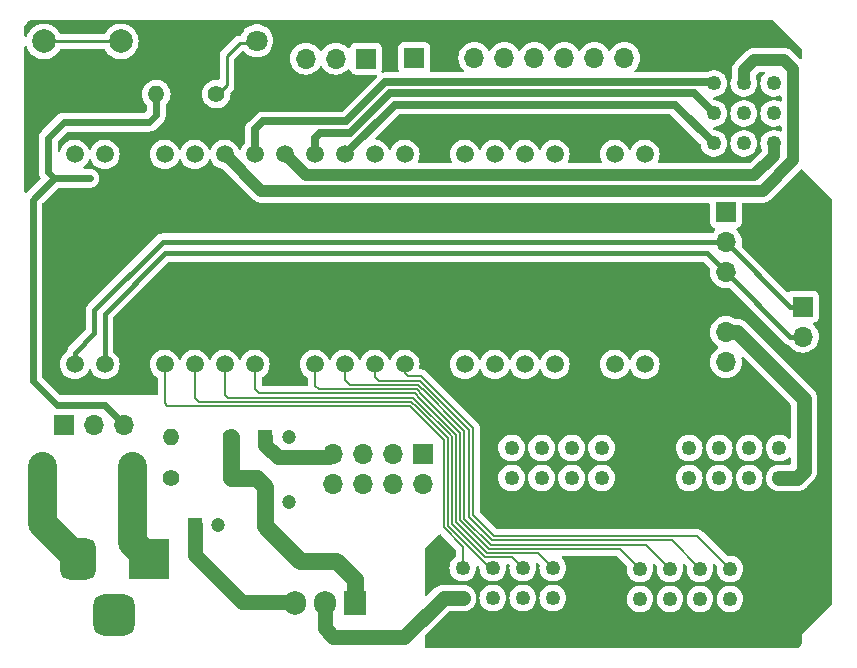
<source format=gbl>
%TF.GenerationSoftware,KiCad,Pcbnew,8.0.1*%
%TF.CreationDate,2024-04-30T17:52:19-06:00*%
%TF.ProjectId,RP2040_Servo_Controller_Board,52503230-3430-45f5-9365-72766f5f436f,rev?*%
%TF.SameCoordinates,Original*%
%TF.FileFunction,Copper,L2,Bot*%
%TF.FilePolarity,Positive*%
%FSLAX46Y46*%
G04 Gerber Fmt 4.6, Leading zero omitted, Abs format (unit mm)*
G04 Created by KiCad (PCBNEW 8.0.1) date 2024-04-30 17:52:19*
%MOMM*%
%LPD*%
G01*
G04 APERTURE LIST*
G04 Aperture macros list*
%AMRoundRect*
0 Rectangle with rounded corners*
0 $1 Rounding radius*
0 $2 $3 $4 $5 $6 $7 $8 $9 X,Y pos of 4 corners*
0 Add a 4 corners polygon primitive as box body*
4,1,4,$2,$3,$4,$5,$6,$7,$8,$9,$2,$3,0*
0 Add four circle primitives for the rounded corners*
1,1,$1+$1,$2,$3*
1,1,$1+$1,$4,$5*
1,1,$1+$1,$6,$7*
1,1,$1+$1,$8,$9*
0 Add four rect primitives between the rounded corners*
20,1,$1+$1,$2,$3,$4,$5,0*
20,1,$1+$1,$4,$5,$6,$7,0*
20,1,$1+$1,$6,$7,$8,$9,0*
20,1,$1+$1,$8,$9,$2,$3,0*%
G04 Aperture macros list end*
%TA.AperFunction,ComponentPad*%
%ADD10R,1.200000X1.200000*%
%TD*%
%TA.AperFunction,ComponentPad*%
%ADD11C,1.200000*%
%TD*%
%TA.AperFunction,ComponentPad*%
%ADD12C,1.250000*%
%TD*%
%TA.AperFunction,ComponentPad*%
%ADD13R,1.700000X1.700000*%
%TD*%
%TA.AperFunction,ComponentPad*%
%ADD14O,1.700000X1.700000*%
%TD*%
%TA.AperFunction,ComponentPad*%
%ADD15C,1.400000*%
%TD*%
%TA.AperFunction,ComponentPad*%
%ADD16O,1.400000X1.400000*%
%TD*%
%TA.AperFunction,ComponentPad*%
%ADD17R,1.800000X1.800000*%
%TD*%
%TA.AperFunction,ComponentPad*%
%ADD18O,1.800000X1.800000*%
%TD*%
%TA.AperFunction,ComponentPad*%
%ADD19C,1.800000*%
%TD*%
%TA.AperFunction,ComponentPad*%
%ADD20C,1.500000*%
%TD*%
%TA.AperFunction,ComponentPad*%
%ADD21R,1.905000X2.000000*%
%TD*%
%TA.AperFunction,ComponentPad*%
%ADD22O,1.905000X2.000000*%
%TD*%
%TA.AperFunction,ComponentPad*%
%ADD23C,2.000000*%
%TD*%
%TA.AperFunction,ComponentPad*%
%ADD24R,3.500000X3.500000*%
%TD*%
%TA.AperFunction,ComponentPad*%
%ADD25RoundRect,0.750000X-0.750000X-1.000000X0.750000X-1.000000X0.750000X1.000000X-0.750000X1.000000X0*%
%TD*%
%TA.AperFunction,ComponentPad*%
%ADD26RoundRect,0.875000X-0.875000X-0.875000X0.875000X-0.875000X0.875000X0.875000X-0.875000X0.875000X0*%
%TD*%
%TA.AperFunction,ViaPad*%
%ADD27C,0.600000*%
%TD*%
%TA.AperFunction,Conductor*%
%ADD28C,0.400000*%
%TD*%
%TA.AperFunction,Conductor*%
%ADD29C,0.250000*%
%TD*%
%TA.AperFunction,Conductor*%
%ADD30C,2.480000*%
%TD*%
%TA.AperFunction,Conductor*%
%ADD31C,1.250000*%
%TD*%
%TA.AperFunction,Conductor*%
%ADD32C,0.600000*%
%TD*%
%TA.AperFunction,Conductor*%
%ADD33C,1.480000*%
%TD*%
%TA.AperFunction,Conductor*%
%ADD34C,1.000000*%
%TD*%
%TA.AperFunction,Conductor*%
%ADD35C,0.650000*%
%TD*%
%TA.AperFunction,Conductor*%
%ADD36C,0.200000*%
%TD*%
G04 APERTURE END LIST*
D10*
%TO.P,C2,1*%
%TO.N,VCC*%
X114500000Y-89500000D03*
D11*
%TO.P,C2,2*%
%TO.N,GND*%
X116500000Y-89500000D03*
%TD*%
D12*
%TO.P,J2,1,Pin_1*%
%TO.N,/PWM0*%
X137210000Y-93130000D03*
%TO.P,J2,2,Pin_2*%
%TO.N,/PWM1*%
X139750000Y-93130000D03*
%TO.P,J2,3,Pin_3*%
%TO.N,/PWM2*%
X142290000Y-93130000D03*
%TO.P,J2,4,Pin_4*%
%TO.N,/PWM3*%
X144830000Y-93130000D03*
%TO.P,J2,G,Pin_G*%
%TO.N,GND*%
X137210000Y-98210000D03*
X139750000Y-98210000D03*
X142290000Y-98210000D03*
X144830000Y-98210000D03*
%TO.P,J2,V,Pin_V*%
%TO.N,+5V*%
X137210000Y-95670000D03*
X139750000Y-95670000D03*
X142290000Y-95670000D03*
X144830000Y-95670000D03*
%TD*%
D13*
%TO.P,J8,1,Pin_1*%
%TO.N,unconnected-(J8-Pin_1-Pad1)*%
X159475000Y-63000000D03*
D14*
%TO.P,J8,2,Pin_2*%
%TO.N,TX*%
X159475000Y-65540000D03*
%TO.P,J8,3,Pin_3*%
%TO.N,RX*%
X159475000Y-68080000D03*
%TO.P,J8,4,Pin_4*%
%TO.N,GND*%
X159475000Y-70620000D03*
%TO.P,J8,5,Pin_5*%
%TO.N,+5V*%
X159475000Y-73160000D03*
%TO.P,J8,6,Pin_6*%
%TO.N,unconnected-(J8-Pin_6-Pad6)*%
X159475000Y-75700000D03*
%TD*%
D15*
%TO.P,R7,1*%
%TO.N,Net-(D2-A)*%
X116340000Y-53000000D03*
D16*
%TO.P,R7,2*%
%TO.N,+5V*%
X111260000Y-53000000D03*
%TD*%
D15*
%TO.P,R2,1*%
%TO.N,Net-(U2-GND)*%
X117540000Y-82000000D03*
D16*
%TO.P,R2,2*%
%TO.N,GND*%
X112460000Y-82000000D03*
%TD*%
D17*
%TO.P,D1,1,K*%
%TO.N,Net-(D1-K)*%
X109210000Y-84500000D03*
D18*
%TO.P,D1,2,A*%
%TO.N,GND*%
X101590000Y-84500000D03*
%TD*%
D13*
%TO.P,J10,1,Pin_1*%
%TO.N,+5V*%
X133100000Y-49950000D03*
D14*
%TO.P,J10,2,Pin_2*%
%TO.N,GND*%
X135640000Y-49950000D03*
%TO.P,J10,3,Pin_3*%
%TO.N,SCL*%
X138180000Y-49950000D03*
%TO.P,J10,4,Pin_4*%
%TO.N,SDA*%
X140720000Y-49950000D03*
%TO.P,J10,5,Pin_5*%
%TO.N,unconnected-(J10-Pin_5-Pad5)*%
X143260000Y-49950000D03*
%TO.P,J10,6,Pin_6*%
%TO.N,unconnected-(J10-Pin_6-Pad6)*%
X145800000Y-49950000D03*
%TO.P,J10,7,Pin_7*%
%TO.N,unconnected-(J10-Pin_7-Pad7)*%
X148340000Y-49950000D03*
%TO.P,J10,8,Pin_8*%
%TO.N,unconnected-(J10-Pin_8-Pad8)*%
X150880000Y-49950000D03*
%TD*%
D12*
%TO.P,J4,1,Pin_1*%
%TO.N,/PWM8*%
X141340000Y-82960000D03*
%TO.P,J4,2,Pin_2*%
%TO.N,/PWM9*%
X143880000Y-82960000D03*
%TO.P,J4,3,Pin_3*%
%TO.N,/PWM10*%
X146420000Y-82960000D03*
%TO.P,J4,4,Pin_4*%
%TO.N,/PWM11*%
X148960000Y-82960000D03*
%TO.P,J4,G,Pin_G*%
%TO.N,GND*%
X141340000Y-88040000D03*
X143880000Y-88040000D03*
X146420000Y-88040000D03*
X148960000Y-88040000D03*
%TO.P,J4,V,Pin_V*%
%TO.N,+5V*%
X141340000Y-85500000D03*
X143880000Y-85500000D03*
X146420000Y-85500000D03*
X148960000Y-85500000D03*
%TD*%
D13*
%TO.P,J11,1,Pin_1*%
%TO.N,/PIN19*%
X129000000Y-50000000D03*
D14*
%TO.P,J11,2,Pin_2*%
%TO.N,/PIN22*%
X126460000Y-50000000D03*
%TO.P,J11,3,Pin_3*%
%TO.N,/PIN18*%
X123920000Y-50000000D03*
%TD*%
D13*
%TO.P,JP1,1,A*%
%TO.N,VCC*%
X103460000Y-81000000D03*
D14*
%TO.P,JP1,2,C*%
%TO.N,Net-(D1-K)*%
X106000000Y-81000000D03*
%TO.P,JP1,3,B*%
%TO.N,+5V*%
X108540000Y-81000000D03*
%TD*%
D17*
%TO.P,D2,1,K*%
%TO.N,GND*%
X119750000Y-51025000D03*
D19*
%TO.P,D2,2,A*%
%TO.N,Net-(D2-A)*%
X119750000Y-48485000D03*
%TD*%
D20*
%TO.P,U1,3V3,3V3*%
%TO.N,+3.3V*%
X114520000Y-58110000D03*
%TO.P,U1,3V3_EN,3V3_EN*%
%TO.N,unconnected-(U1-Pad3V3_EN)*%
X111980000Y-58110000D03*
%TO.P,U1,ADC_VREF,ADC_VREF*%
%TO.N,+5VA*%
X117060000Y-58110000D03*
%TO.P,U1,AGND,AGND*%
%TO.N,GNDA*%
X122140000Y-58110000D03*
%TO.P,U1,GND,GND*%
%TO.N,GND*%
X109440000Y-58110000D03*
%TO.P,U1,GND2,GND2*%
X134840000Y-58110000D03*
%TO.P,U1,GND3,GND3*%
X147540000Y-58110000D03*
%TO.P,U1,GND4,GND4*%
X109440000Y-75890000D03*
%TO.P,U1,GND5,GND5*%
X122140000Y-75890000D03*
%TO.P,U1,GND6,GND6*%
X134840000Y-75890000D03*
%TO.P,U1,GND7,GND7*%
X147540000Y-75890000D03*
%TO.P,U1,GP0,GP0*%
%TO.N,TX*%
X104360000Y-75890000D03*
%TO.P,U1,GP1,GP1*%
%TO.N,RX*%
X106900000Y-75890000D03*
%TO.P,U1,GP2,GP2*%
%TO.N,/PWM0*%
X111980000Y-75890000D03*
%TO.P,U1,GP3,GP3*%
%TO.N,/PWM1*%
X114520000Y-75890000D03*
%TO.P,U1,GP4,GP4*%
%TO.N,/PWM2*%
X117060000Y-75890000D03*
%TO.P,U1,GP5,GP5*%
%TO.N,/PWM3*%
X119600000Y-75890000D03*
%TO.P,U1,GP6,GP6*%
%TO.N,/PWM4*%
X124680000Y-75890000D03*
%TO.P,U1,GP7,GP7*%
%TO.N,/PWM5*%
X127220000Y-75890000D03*
%TO.P,U1,GP8,GP8*%
%TO.N,/PWM6*%
X129760000Y-75890000D03*
%TO.P,U1,GP9,GP9*%
%TO.N,/PWM7*%
X132300000Y-75890000D03*
%TO.P,U1,GP10,GP10*%
%TO.N,/PWM8*%
X137380000Y-75890000D03*
%TO.P,U1,GP11,GP11*%
%TO.N,/PWM9*%
X139920000Y-75890000D03*
%TO.P,U1,GP12,GP12*%
%TO.N,/PWM10*%
X142460000Y-75890000D03*
%TO.P,U1,GP13,GP13*%
%TO.N,/PWM11*%
X145000000Y-75890000D03*
%TO.P,U1,GP14,GP14*%
%TO.N,/PWM12*%
X150080000Y-75890000D03*
%TO.P,U1,GP15,GP15*%
%TO.N,/PWM13*%
X152620000Y-75890000D03*
%TO.P,U1,GP16,GP16*%
%TO.N,/PWM15*%
X152620000Y-58110000D03*
%TO.P,U1,GP17,GP17*%
%TO.N,/PWM14*%
X150080000Y-58110000D03*
%TO.P,U1,GP18,GP18*%
%TO.N,/PIN18*%
X145000000Y-58110000D03*
%TO.P,U1,GP19,GP19*%
%TO.N,/PIN19*%
X142460000Y-58110000D03*
%TO.P,U1,GP20,GP20*%
%TO.N,SDA*%
X139920000Y-58110000D03*
%TO.P,U1,GP21,GP21*%
%TO.N,SCL*%
X137380000Y-58110000D03*
%TO.P,U1,GP22,GP22*%
%TO.N,/PIN22*%
X132300000Y-58110000D03*
%TO.P,U1,GP26_A0,GP26_A0*%
%TO.N,/ADC1*%
X127220000Y-58110000D03*
%TO.P,U1,GP27_A1,GP27_A1*%
%TO.N,/ADC0*%
X124680000Y-58110000D03*
%TO.P,U1,GP28_A2,GP28_A2*%
%TO.N,/ADC2*%
X119600000Y-58110000D03*
%TO.P,U1,RUN,RUN*%
%TO.N,RUN*%
X129760000Y-58110000D03*
%TO.P,U1,VBUS,VBUS*%
%TO.N,VBUS*%
X104360000Y-58110000D03*
%TO.P,U1,VSYS,VSYS*%
%TO.N,VSYS*%
X106900000Y-58110000D03*
%TD*%
D10*
%TO.P,C4,1*%
%TO.N,Net-(U2-GND)*%
X120500000Y-87500000D03*
D11*
%TO.P,C4,2*%
%TO.N,GND*%
X122500000Y-87500000D03*
%TD*%
D15*
%TO.P,R1,1*%
%TO.N,+5V*%
X112460000Y-85500000D03*
D16*
%TO.P,R1,2*%
%TO.N,Net-(U2-GND)*%
X117540000Y-85500000D03*
%TD*%
D12*
%TO.P,J6,1,Pin_1*%
%TO.N,/ADC1*%
X158460000Y-57187500D03*
%TO.P,J6,2,Pin_2*%
%TO.N,/ADC0*%
X158460000Y-54647500D03*
%TO.P,J6,3,Pin_3*%
%TO.N,/ADC2*%
X158460000Y-52107500D03*
%TO.P,J6,G,Pin_G*%
%TO.N,GNDA*%
X163540000Y-57187500D03*
X163540000Y-54647500D03*
X163540000Y-52107500D03*
%TO.P,J6,V,Pin_V*%
%TO.N,+5VA*%
X161000000Y-57187500D03*
X161000000Y-54647500D03*
X161000000Y-52107500D03*
%TD*%
D21*
%TO.P,U2,1,GND*%
%TO.N,Net-(U2-GND)*%
X128040000Y-96055000D03*
D22*
%TO.P,U2,2,VO*%
%TO.N,+5V*%
X125500000Y-96055000D03*
%TO.P,U2,3,VI*%
%TO.N,VCC*%
X122960000Y-96055000D03*
%TD*%
D23*
%TO.P,SW1,1,1*%
%TO.N,RUN*%
X101750000Y-48550000D03*
X108250000Y-48550000D03*
%TO.P,SW1,2,2*%
%TO.N,GND*%
X101750000Y-53050000D03*
X108250000Y-53050000D03*
%TD*%
D10*
%TO.P,C3,1*%
%TO.N,+5V*%
X120500000Y-82000000D03*
D11*
%TO.P,C3,2*%
%TO.N,GND*%
X122500000Y-82000000D03*
%TD*%
D13*
%TO.P,J9,1,Pin_1*%
%TO.N,TX*%
X166000000Y-71000000D03*
D14*
%TO.P,J9,2,Pin_2*%
%TO.N,RX*%
X166000000Y-73540000D03*
%TD*%
D12*
%TO.P,J3,1,Pin_1*%
%TO.N,/PWM4*%
X152210000Y-93210000D03*
%TO.P,J3,2,Pin_2*%
%TO.N,/PWM5*%
X154750000Y-93210000D03*
%TO.P,J3,3,Pin_3*%
%TO.N,/PWM6*%
X157290000Y-93210000D03*
%TO.P,J3,4,Pin_4*%
%TO.N,/PWM7*%
X159830000Y-93210000D03*
%TO.P,J3,G,Pin_G*%
%TO.N,GND*%
X152210000Y-98290000D03*
X154750000Y-98290000D03*
X157290000Y-98290000D03*
X159830000Y-98290000D03*
%TO.P,J3,V,Pin_V*%
%TO.N,+5V*%
X152210000Y-95750000D03*
X154750000Y-95750000D03*
X157290000Y-95750000D03*
X159830000Y-95750000D03*
%TD*%
D24*
%TO.P,J1,1*%
%TO.N,Net-(D1-K)*%
X110650000Y-92400000D03*
D25*
%TO.P,J1,2*%
%TO.N,GND*%
X104650000Y-92400000D03*
D26*
%TO.P,J1,3*%
%TO.N,GNDPWR*%
X107650000Y-97100000D03*
%TD*%
D12*
%TO.P,J5,1,Pin_1*%
%TO.N,/PWM12*%
X156380000Y-82960000D03*
%TO.P,J5,2,Pin_2*%
%TO.N,/PWM13*%
X158920000Y-82960000D03*
%TO.P,J5,3,Pin_3*%
%TO.N,/PWM14*%
X161460000Y-82960000D03*
%TO.P,J5,4,Pin_4*%
%TO.N,/PWM15*%
X164000000Y-82960000D03*
%TO.P,J5,G,Pin_G*%
%TO.N,GND*%
X156380000Y-88040000D03*
X158920000Y-88040000D03*
X161460000Y-88040000D03*
X164000000Y-88040000D03*
%TO.P,J5,V,Pin_V*%
%TO.N,+5V*%
X156380000Y-85500000D03*
X158920000Y-85500000D03*
X161460000Y-85500000D03*
X164000000Y-85500000D03*
%TD*%
D13*
%TO.P,J7,1,Pin_1*%
%TO.N,+5V*%
X133800000Y-83460000D03*
D14*
%TO.P,J7,2,Pin_2*%
%TO.N,GND*%
X133800000Y-86000000D03*
%TO.P,J7,3,Pin_3*%
%TO.N,+5V*%
X131260000Y-83460000D03*
%TO.P,J7,4,Pin_4*%
%TO.N,GND*%
X131260000Y-86000000D03*
%TO.P,J7,5,Pin_5*%
%TO.N,+5V*%
X128720000Y-83460000D03*
%TO.P,J7,6,Pin_6*%
%TO.N,GND*%
X128720000Y-86000000D03*
%TO.P,J7,7,Pin_7*%
%TO.N,+5V*%
X126180000Y-83460000D03*
%TO.P,J7,8,Pin_8*%
%TO.N,GND*%
X126180000Y-86000000D03*
%TD*%
D27*
%TO.N,+5V*%
X105624992Y-60124992D03*
%TD*%
D28*
%TO.N,TX*%
X104360000Y-75890000D02*
X104360000Y-74890000D01*
X104360000Y-75340000D02*
X104360000Y-75890000D01*
X106000000Y-73250000D02*
X106000000Y-71297918D01*
X164935000Y-71000000D02*
X166000000Y-71000000D01*
X111797918Y-65500000D02*
X159435000Y-65500000D01*
X159475000Y-65540000D02*
X164935000Y-71000000D01*
X159435000Y-65500000D02*
X159475000Y-65540000D01*
X159475000Y-65540000D02*
X159540000Y-65540000D01*
X104360000Y-74890000D02*
X106000000Y-73250000D01*
X106000000Y-71297918D02*
X111797918Y-65500000D01*
D29*
%TO.N,RUN*%
X108250000Y-48550000D02*
X101750000Y-48550000D01*
D30*
%TO.N,Net-(D1-K)*%
X109210000Y-84500000D02*
X109210000Y-90960000D01*
X109210000Y-90960000D02*
X110650000Y-92400000D01*
D31*
%TO.N,+5V*%
X166100000Y-78800000D02*
X160460000Y-73160000D01*
D32*
X102100000Y-59599984D02*
X102100000Y-56700000D01*
X111260000Y-54740000D02*
X111260000Y-53000000D01*
X106890000Y-79350000D02*
X102850000Y-79350000D01*
X102625008Y-60124992D02*
X102100000Y-59599984D01*
D31*
X125915000Y-83725000D02*
X121525000Y-83725000D01*
D32*
X100800000Y-77300000D02*
X100800000Y-61950000D01*
D31*
X166100000Y-84900000D02*
X166100000Y-78800000D01*
X160460000Y-73160000D02*
X159475000Y-73160000D01*
X126250000Y-99000000D02*
X125500000Y-98250000D01*
X120500000Y-82700000D02*
X120500000Y-82000000D01*
X135580000Y-95670000D02*
X132250000Y-99000000D01*
X132250000Y-99000000D02*
X126250000Y-99000000D01*
D32*
X100800000Y-61950000D02*
X102625008Y-60124992D01*
D31*
X164000000Y-85500000D02*
X165500000Y-85500000D01*
X125500000Y-98250000D02*
X125500000Y-96000000D01*
X137210000Y-95670000D02*
X135580000Y-95670000D01*
X126180000Y-83460000D02*
X125915000Y-83725000D01*
D32*
X110600000Y-55400000D02*
X111260000Y-54740000D01*
X102100000Y-56700000D02*
X103400000Y-55400000D01*
D31*
X121525000Y-83725000D02*
X120500000Y-82700000D01*
D32*
X103400000Y-55400000D02*
X110600000Y-55400000D01*
X108540000Y-81000000D02*
X106890000Y-79350000D01*
X102850000Y-79350000D02*
X100800000Y-77300000D01*
D31*
X165500000Y-85500000D02*
X166100000Y-84900000D01*
D32*
X102625008Y-60124992D02*
X105624992Y-60124992D01*
D33*
%TO.N,Net-(U2-GND)*%
X119750000Y-85500000D02*
X120500000Y-86250000D01*
X123420000Y-92500000D02*
X120500000Y-89580000D01*
X126500000Y-92500000D02*
X123420000Y-92500000D01*
X117540000Y-85500000D02*
X117540000Y-82000000D01*
X128040000Y-96055000D02*
X128040000Y-94040000D01*
X128040000Y-94040000D02*
X126500000Y-92500000D01*
X120500000Y-89580000D02*
X120500000Y-87500000D01*
D32*
X117540000Y-82000000D02*
X117500000Y-82040000D01*
D33*
X120500000Y-86250000D02*
X120500000Y-87500000D01*
X119750000Y-85500000D02*
X117540000Y-85500000D01*
D34*
%TO.N,GNDA*%
X163540000Y-57187500D02*
X163540000Y-58210000D01*
X123890000Y-59860000D02*
X122140000Y-58110000D01*
X161890000Y-59860000D02*
X123890000Y-59860000D01*
X163540000Y-58210000D02*
X161890000Y-59860000D01*
%TO.N,+5VA*%
X161542755Y-61200000D02*
X160100000Y-61200000D01*
X165200000Y-58594239D02*
X165200000Y-50900000D01*
X164400000Y-50100000D02*
X161900000Y-50100000D01*
X160100000Y-61200000D02*
X162594239Y-61200000D01*
X162594239Y-61200000D02*
X165200000Y-58594239D01*
X161000000Y-51000000D02*
X161000000Y-52107500D01*
X161900000Y-50100000D02*
X161000000Y-51000000D01*
X120150000Y-61200000D02*
X117060000Y-58110000D01*
X160100000Y-61200000D02*
X120150000Y-61200000D01*
X165200000Y-50900000D02*
X164400000Y-50100000D01*
D31*
%TO.N,VCC*%
X114500000Y-92000000D02*
X114500000Y-89500000D01*
X122960000Y-96055000D02*
X122905000Y-96000000D01*
X122905000Y-96000000D02*
X118500000Y-96000000D01*
X118500000Y-96000000D02*
X114500000Y-92000000D01*
D28*
%TO.N,RX*%
X159475000Y-68080000D02*
X164935000Y-73540000D01*
X164935000Y-73540000D02*
X166000000Y-73540000D01*
X106900000Y-71600000D02*
X112000000Y-66500000D01*
X112000000Y-66500000D02*
X157895000Y-66500000D01*
X106900000Y-75890000D02*
X106900000Y-71600000D01*
X157895000Y-66500000D02*
X159475000Y-68080000D01*
X106900000Y-75700000D02*
X106900000Y-75890000D01*
X159475000Y-68080000D02*
X160080000Y-68080000D01*
D30*
%TO.N,GND*%
X104650000Y-92400000D02*
X101590000Y-89340000D01*
X101590000Y-89340000D02*
X101590000Y-84500000D01*
D29*
%TO.N,Net-(D2-A)*%
X116500000Y-53000000D02*
X117250000Y-52250000D01*
X118330000Y-48670000D02*
X119500000Y-48670000D01*
X117250000Y-49750000D02*
X118330000Y-48670000D01*
X117250000Y-52250000D02*
X117250000Y-49750000D01*
X116340000Y-53000000D02*
X116500000Y-53000000D01*
D35*
%TO.N,/ADC0*%
X124680000Y-58110000D02*
X124680000Y-56720000D01*
X125093502Y-56306498D02*
X127680000Y-56306498D01*
X127680000Y-56306498D02*
X131036497Y-52950000D01*
X156762500Y-52950000D02*
X158460000Y-54647500D01*
X131036497Y-52950000D02*
X156762500Y-52950000D01*
X124680000Y-56720000D02*
X125093502Y-56306498D01*
D36*
%TO.N,/PWM1*%
X133301859Y-79500000D02*
X133301862Y-79500000D01*
X114520000Y-75890000D02*
X114520000Y-78720000D01*
X114520000Y-78720000D02*
X114850000Y-79050000D01*
X135950000Y-82148141D02*
X135950000Y-89550000D01*
X132851859Y-79050000D02*
X133301859Y-79500000D01*
X139630000Y-93130000D02*
X139500000Y-93000000D01*
X114850000Y-79050000D02*
X132851859Y-79050000D01*
X139750000Y-93130000D02*
X139630000Y-93130000D01*
X135950000Y-89550000D02*
X139530000Y-93130000D01*
X139530000Y-93130000D02*
X139750000Y-93130000D01*
X133301862Y-79500000D02*
X135950000Y-82148141D01*
X139500000Y-93000000D02*
X139750000Y-93000000D01*
%TO.N,/PWM2*%
X133446833Y-79150000D02*
X132996834Y-78700000D01*
X132996834Y-78700000D02*
X117300000Y-78700000D01*
X139125130Y-92200000D02*
X136300000Y-89374870D01*
X117060000Y-78460000D02*
X117060000Y-75890000D01*
X136300000Y-82003166D02*
X136200000Y-81903166D01*
X136300000Y-89374870D02*
X136300000Y-82003166D01*
X142290000Y-93130000D02*
X141360000Y-92200000D01*
X117300000Y-78700000D02*
X117060000Y-78460000D01*
X136200000Y-81903166D02*
X136200000Y-81903160D01*
X136200000Y-81903160D02*
X133446840Y-79150000D01*
X133446840Y-79150000D02*
X133446833Y-79150000D01*
X141360000Y-92200000D02*
X139125130Y-92200000D01*
%TO.N,/PWM3*%
X144830000Y-93130000D02*
X143550000Y-91850000D01*
X133591814Y-78800000D02*
X133591807Y-78800000D01*
X136650000Y-82148147D02*
X136650002Y-82148145D01*
X136650000Y-81858192D02*
X136550000Y-81758192D01*
X136550000Y-81758182D02*
X133591814Y-78800000D01*
X136650004Y-81858201D02*
X136650000Y-81858192D01*
X133591807Y-78800000D02*
X133141809Y-78350000D01*
X139270104Y-91850000D02*
X136650000Y-89229896D01*
X136650000Y-89229896D02*
X136650000Y-82148147D01*
X119600000Y-78000000D02*
X119600000Y-75890000D01*
X119950000Y-78350000D02*
X119600000Y-78000000D01*
X143550000Y-91850000D02*
X139270104Y-91850000D01*
X133141809Y-78350000D02*
X119950000Y-78350000D01*
X136650002Y-82148145D02*
X136650004Y-81858201D01*
X136550000Y-81758192D02*
X136550000Y-81758182D01*
%TO.N,/PWM0*%
X111980000Y-75890000D02*
X111980000Y-79180000D01*
X135600000Y-89700000D02*
X137210000Y-91310000D01*
X132706885Y-79400000D02*
X135600000Y-82293115D01*
X135600000Y-82293115D02*
X135600000Y-89700000D01*
X111980000Y-79180000D02*
X112200000Y-79400000D01*
X112200000Y-79400000D02*
X132706885Y-79400000D01*
X137210000Y-91310000D02*
X137210000Y-93130000D01*
%TO.N,/PWM7*%
X157070000Y-90450000D02*
X139850000Y-90450000D01*
X132300000Y-76600000D02*
X132300000Y-75890000D01*
X139850000Y-90450000D02*
X138050000Y-88650000D01*
X138050002Y-81250002D02*
X133700000Y-76900000D01*
X132600000Y-76900000D02*
X132300000Y-76600000D01*
X138050000Y-88650000D02*
X138050002Y-81250002D01*
X133700000Y-76900000D02*
X132600000Y-76900000D01*
X159830000Y-93210000D02*
X157070000Y-90450000D01*
%TO.N,/PWM5*%
X154750000Y-93210000D02*
X152690000Y-91150000D01*
X137350000Y-81568243D02*
X137250000Y-81468243D01*
X137350000Y-88939948D02*
X137350004Y-81568253D01*
X133881762Y-78099999D02*
X133881754Y-78099999D01*
X137350000Y-81568249D02*
X137350000Y-81568243D01*
X127650000Y-77650000D02*
X127220000Y-77220000D01*
X133636784Y-77855025D02*
X133431759Y-77650000D01*
X136839950Y-81058182D02*
X136839947Y-81058182D01*
X137250000Y-81468243D02*
X137250000Y-81468233D01*
X137350004Y-81568253D02*
X137350000Y-81568249D01*
X136839947Y-81058182D02*
X133881762Y-78099999D01*
X139560052Y-91150000D02*
X137350000Y-88939948D01*
X133881754Y-78099999D02*
X133636784Y-77855029D01*
X137250000Y-81468233D02*
X136839950Y-81058182D01*
X133636784Y-77855029D02*
X133636784Y-77855025D01*
X133431759Y-77650000D02*
X127650000Y-77650000D01*
X127220000Y-77220000D02*
X127220000Y-75890000D01*
X152690000Y-91150000D02*
X139560052Y-91150000D01*
%TO.N,/PWM4*%
X137000004Y-81713227D02*
X137000000Y-81713223D01*
X133736789Y-78450000D02*
X133736780Y-78449999D01*
X137000000Y-89084922D02*
X137000004Y-81713227D01*
X137000000Y-81713223D02*
X137000000Y-81713218D01*
X133736780Y-78449999D02*
X133286784Y-78000000D01*
X150500000Y-91500000D02*
X139415078Y-91500000D01*
X136900000Y-81613207D02*
X136694975Y-81408182D01*
X136694975Y-81408182D02*
X136694972Y-81408182D01*
X124680000Y-77680000D02*
X124680000Y-75890000D01*
X133286784Y-78000000D02*
X125000000Y-78000000D01*
X139415078Y-91500000D02*
X137000000Y-89084922D01*
X136694972Y-81408182D02*
X133736789Y-78450000D01*
X137000000Y-81713218D02*
X136900000Y-81613217D01*
X125000000Y-78000000D02*
X124680000Y-77680000D01*
X136900000Y-81613217D02*
X136900000Y-81613207D01*
X152210000Y-93210000D02*
X150500000Y-91500000D01*
%TO.N,/PWM6*%
X133576734Y-77300000D02*
X133986784Y-77710050D01*
X154880000Y-90800000D02*
X139705026Y-90800000D01*
X133986784Y-77710050D02*
X133986784Y-77710055D01*
X134026728Y-77749999D02*
X134040882Y-77750000D01*
X137700002Y-82293125D02*
X137700000Y-82293123D01*
X129760000Y-75890000D02*
X129760000Y-76960000D01*
X157290000Y-93210000D02*
X154880000Y-90800000D01*
X133986784Y-77710055D02*
X134026728Y-77749999D01*
X137600000Y-81309118D02*
X137545441Y-81254559D01*
X137700000Y-82293123D02*
X137700000Y-81409118D01*
X137700000Y-81409118D02*
X137600000Y-81309118D01*
X129760000Y-76960000D02*
X130100000Y-77300000D01*
X139705026Y-90800000D02*
X137700000Y-88794974D01*
X130100000Y-77300000D02*
X133576734Y-77300000D01*
X137700000Y-88794974D02*
X137700002Y-82293125D01*
X134040882Y-77750000D02*
X137600000Y-81309118D01*
D35*
%TO.N,/ADC2*%
X127327994Y-55315000D02*
X120285000Y-55315000D01*
X158460000Y-52107500D02*
X158352500Y-52000000D01*
X130642994Y-52000000D02*
X127327994Y-55315000D01*
X119600000Y-56000000D02*
X119600000Y-58110000D01*
X158352500Y-52000000D02*
X130642994Y-52000000D01*
X120285000Y-55315000D02*
X119600000Y-56000000D01*
%TO.N,/ADC1*%
X155172500Y-53900000D02*
X131430000Y-53900000D01*
X131430000Y-53900000D02*
X127220000Y-58110000D01*
X158460000Y-57187500D02*
X155172500Y-53900000D01*
%TD*%
%TA.AperFunction,Conductor*%
%TO.N,GND*%
G36*
X163484404Y-46755185D02*
G01*
X163505046Y-46771819D01*
X165928181Y-49194954D01*
X165961666Y-49256277D01*
X165964500Y-49282635D01*
X165964500Y-49950218D01*
X165944815Y-50017257D01*
X165892011Y-50063012D01*
X165822853Y-50072956D01*
X165759297Y-50043931D01*
X165752819Y-50037899D01*
X165181479Y-49466559D01*
X165181459Y-49466537D01*
X165037785Y-49322863D01*
X165037781Y-49322860D01*
X164873920Y-49213371D01*
X164873907Y-49213364D01*
X164738390Y-49157232D01*
X164738389Y-49157232D01*
X164691836Y-49137949D01*
X164691828Y-49137947D01*
X164522727Y-49104311D01*
X164522725Y-49104310D01*
X164498541Y-49099500D01*
X161801459Y-49099500D01*
X161777273Y-49104311D01*
X161777272Y-49104311D01*
X161608171Y-49137947D01*
X161608163Y-49137949D01*
X161561611Y-49157232D01*
X161561610Y-49157232D01*
X161426092Y-49213364D01*
X161426079Y-49213371D01*
X161262219Y-49322859D01*
X161227296Y-49357783D01*
X161122861Y-49462218D01*
X161122858Y-49462221D01*
X160362221Y-50222858D01*
X160362218Y-50222861D01*
X160292538Y-50292540D01*
X160222859Y-50362219D01*
X160113371Y-50526079D01*
X160113364Y-50526092D01*
X160037950Y-50708160D01*
X160037947Y-50708170D01*
X159999500Y-50901456D01*
X159999500Y-51562586D01*
X159986500Y-51617858D01*
X159946007Y-51699177D01*
X159888923Y-51899808D01*
X159869678Y-52107499D01*
X159869678Y-52107500D01*
X159888923Y-52315191D01*
X159888923Y-52315193D01*
X159888924Y-52315196D01*
X159922284Y-52432444D01*
X159946007Y-52515822D01*
X159970232Y-52564472D01*
X160038981Y-52702538D01*
X160164682Y-52868993D01*
X160318829Y-53009516D01*
X160496172Y-53119323D01*
X160690673Y-53194673D01*
X160895707Y-53233000D01*
X160895710Y-53233000D01*
X161104290Y-53233000D01*
X161104293Y-53233000D01*
X161309327Y-53194673D01*
X161503828Y-53119323D01*
X161681171Y-53009516D01*
X161835318Y-52868993D01*
X161961019Y-52702538D01*
X162053994Y-52515819D01*
X162111076Y-52315196D01*
X162130322Y-52107500D01*
X162111076Y-51899804D01*
X162053994Y-51699181D01*
X162013499Y-51617857D01*
X162000500Y-51562586D01*
X162000500Y-51465782D01*
X162020185Y-51398743D01*
X162036819Y-51378101D01*
X162278101Y-51136819D01*
X162339424Y-51103334D01*
X162365782Y-51100500D01*
X162653909Y-51100500D01*
X162720948Y-51120185D01*
X162766703Y-51172989D01*
X162776647Y-51242147D01*
X162747622Y-51305703D01*
X162737448Y-51316137D01*
X162704681Y-51346007D01*
X162578981Y-51512461D01*
X162486007Y-51699177D01*
X162428923Y-51899808D01*
X162409678Y-52107499D01*
X162409678Y-52107500D01*
X162428923Y-52315191D01*
X162428923Y-52315193D01*
X162428924Y-52315196D01*
X162462284Y-52432444D01*
X162486007Y-52515822D01*
X162510232Y-52564472D01*
X162578981Y-52702538D01*
X162704682Y-52868993D01*
X162858829Y-53009516D01*
X163036172Y-53119323D01*
X163230673Y-53194673D01*
X163435707Y-53233000D01*
X163435710Y-53233000D01*
X163644290Y-53233000D01*
X163644293Y-53233000D01*
X163849327Y-53194673D01*
X163914321Y-53169494D01*
X164030706Y-53124407D01*
X164100329Y-53118544D01*
X164162069Y-53151254D01*
X164196324Y-53212150D01*
X164199500Y-53240033D01*
X164199500Y-53514966D01*
X164179815Y-53582005D01*
X164127011Y-53627760D01*
X164057853Y-53637704D01*
X164030706Y-53630593D01*
X163849330Y-53560328D01*
X163849329Y-53560327D01*
X163849327Y-53560327D01*
X163644293Y-53522000D01*
X163435707Y-53522000D01*
X163230673Y-53560327D01*
X163230670Y-53560327D01*
X163230670Y-53560328D01*
X163036172Y-53635676D01*
X163036171Y-53635677D01*
X162858827Y-53745485D01*
X162704683Y-53886005D01*
X162578981Y-54052461D01*
X162486007Y-54239177D01*
X162486006Y-54239181D01*
X162433393Y-54424099D01*
X162428923Y-54439808D01*
X162409678Y-54647499D01*
X162409678Y-54647500D01*
X162428923Y-54855191D01*
X162428923Y-54855193D01*
X162428924Y-54855196D01*
X162462585Y-54973501D01*
X162486007Y-55055822D01*
X162578981Y-55242538D01*
X162704682Y-55408993D01*
X162858829Y-55549516D01*
X163036172Y-55659323D01*
X163230673Y-55734673D01*
X163435707Y-55773000D01*
X163435710Y-55773000D01*
X163644290Y-55773000D01*
X163644293Y-55773000D01*
X163849327Y-55734673D01*
X163914321Y-55709494D01*
X164030706Y-55664407D01*
X164100329Y-55658544D01*
X164162069Y-55691254D01*
X164196324Y-55752150D01*
X164199500Y-55780033D01*
X164199500Y-56054966D01*
X164179815Y-56122005D01*
X164127011Y-56167760D01*
X164057853Y-56177704D01*
X164030706Y-56170593D01*
X163849330Y-56100328D01*
X163849329Y-56100327D01*
X163849327Y-56100327D01*
X163644293Y-56062000D01*
X163435707Y-56062000D01*
X163230673Y-56100327D01*
X163230670Y-56100327D01*
X163230670Y-56100328D01*
X163036172Y-56175676D01*
X163036171Y-56175677D01*
X162858827Y-56285485D01*
X162704683Y-56426005D01*
X162578981Y-56592461D01*
X162486007Y-56779177D01*
X162461313Y-56865968D01*
X162442974Y-56930425D01*
X162428923Y-56979808D01*
X162409678Y-57187499D01*
X162409678Y-57187500D01*
X162428923Y-57395191D01*
X162428923Y-57395193D01*
X162428924Y-57395196D01*
X162486006Y-57595819D01*
X162526500Y-57677143D01*
X162539500Y-57732413D01*
X162539500Y-57744217D01*
X162519815Y-57811256D01*
X162503181Y-57831898D01*
X161511899Y-58823181D01*
X161450576Y-58856666D01*
X161424218Y-58859500D01*
X153844918Y-58859500D01*
X153777879Y-58839815D01*
X153732124Y-58787011D01*
X153722180Y-58717853D01*
X153732536Y-58683095D01*
X153799575Y-58539330D01*
X153856207Y-58327977D01*
X153875277Y-58110000D01*
X153856207Y-57892023D01*
X153799575Y-57680670D01*
X153707102Y-57482362D01*
X153707100Y-57482359D01*
X153707099Y-57482357D01*
X153581599Y-57303124D01*
X153506876Y-57228401D01*
X153426877Y-57148402D01*
X153288978Y-57051844D01*
X153247638Y-57022897D01*
X153148484Y-56976661D01*
X153049330Y-56930425D01*
X153049326Y-56930424D01*
X153049322Y-56930422D01*
X152837977Y-56873793D01*
X152620002Y-56854723D01*
X152619998Y-56854723D01*
X152474682Y-56867436D01*
X152402023Y-56873793D01*
X152402020Y-56873793D01*
X152190677Y-56930422D01*
X152190668Y-56930426D01*
X151992361Y-57022898D01*
X151992357Y-57022900D01*
X151813121Y-57148402D01*
X151658402Y-57303121D01*
X151532900Y-57482357D01*
X151532898Y-57482361D01*
X151462382Y-57633583D01*
X151416209Y-57686022D01*
X151349016Y-57705174D01*
X151282135Y-57684958D01*
X151237618Y-57633583D01*
X151220008Y-57595819D01*
X151167102Y-57482362D01*
X151167100Y-57482359D01*
X151167099Y-57482357D01*
X151041599Y-57303124D01*
X150966876Y-57228401D01*
X150886877Y-57148402D01*
X150748978Y-57051844D01*
X150707638Y-57022897D01*
X150608484Y-56976661D01*
X150509330Y-56930425D01*
X150509326Y-56930424D01*
X150509322Y-56930422D01*
X150297977Y-56873793D01*
X150080002Y-56854723D01*
X150079998Y-56854723D01*
X149934682Y-56867436D01*
X149862023Y-56873793D01*
X149862020Y-56873793D01*
X149650677Y-56930422D01*
X149650668Y-56930426D01*
X149452361Y-57022898D01*
X149452357Y-57022900D01*
X149273121Y-57148402D01*
X149118402Y-57303121D01*
X148992900Y-57482357D01*
X148992898Y-57482361D01*
X148900426Y-57680668D01*
X148900422Y-57680677D01*
X148843793Y-57892020D01*
X148843793Y-57892023D01*
X148824723Y-58110000D01*
X148839129Y-58274671D01*
X148843793Y-58327975D01*
X148843793Y-58327979D01*
X148900422Y-58539322D01*
X148900424Y-58539326D01*
X148900425Y-58539330D01*
X148922382Y-58586416D01*
X148967464Y-58683095D01*
X148977956Y-58752173D01*
X148949436Y-58815957D01*
X148890960Y-58854196D01*
X148855082Y-58859500D01*
X146224918Y-58859500D01*
X146157879Y-58839815D01*
X146112124Y-58787011D01*
X146102180Y-58717853D01*
X146112536Y-58683095D01*
X146179575Y-58539330D01*
X146236207Y-58327977D01*
X146255277Y-58110000D01*
X146236207Y-57892023D01*
X146179575Y-57680670D01*
X146087102Y-57482362D01*
X146087100Y-57482359D01*
X146087099Y-57482357D01*
X145961599Y-57303124D01*
X145886876Y-57228401D01*
X145806877Y-57148402D01*
X145668978Y-57051844D01*
X145627638Y-57022897D01*
X145528484Y-56976661D01*
X145429330Y-56930425D01*
X145429326Y-56930424D01*
X145429322Y-56930422D01*
X145217977Y-56873793D01*
X145000002Y-56854723D01*
X144999998Y-56854723D01*
X144854682Y-56867436D01*
X144782023Y-56873793D01*
X144782020Y-56873793D01*
X144570677Y-56930422D01*
X144570668Y-56930426D01*
X144372361Y-57022898D01*
X144372357Y-57022900D01*
X144193121Y-57148402D01*
X144038402Y-57303121D01*
X143912900Y-57482357D01*
X143912898Y-57482361D01*
X143842382Y-57633583D01*
X143796209Y-57686022D01*
X143729016Y-57705174D01*
X143662135Y-57684958D01*
X143617618Y-57633583D01*
X143600008Y-57595819D01*
X143547102Y-57482362D01*
X143547100Y-57482359D01*
X143547099Y-57482357D01*
X143421599Y-57303124D01*
X143346876Y-57228401D01*
X143266877Y-57148402D01*
X143128978Y-57051844D01*
X143087638Y-57022897D01*
X142988484Y-56976661D01*
X142889330Y-56930425D01*
X142889326Y-56930424D01*
X142889322Y-56930422D01*
X142677977Y-56873793D01*
X142460002Y-56854723D01*
X142459998Y-56854723D01*
X142314682Y-56867436D01*
X142242023Y-56873793D01*
X142242020Y-56873793D01*
X142030677Y-56930422D01*
X142030668Y-56930426D01*
X141832361Y-57022898D01*
X141832357Y-57022900D01*
X141653121Y-57148402D01*
X141498402Y-57303121D01*
X141372900Y-57482357D01*
X141372898Y-57482361D01*
X141302382Y-57633583D01*
X141256209Y-57686022D01*
X141189016Y-57705174D01*
X141122135Y-57684958D01*
X141077618Y-57633583D01*
X141060008Y-57595819D01*
X141007102Y-57482362D01*
X141007100Y-57482359D01*
X141007099Y-57482357D01*
X140881599Y-57303124D01*
X140806876Y-57228401D01*
X140726877Y-57148402D01*
X140588978Y-57051844D01*
X140547638Y-57022897D01*
X140448484Y-56976661D01*
X140349330Y-56930425D01*
X140349326Y-56930424D01*
X140349322Y-56930422D01*
X140137977Y-56873793D01*
X139920002Y-56854723D01*
X139919998Y-56854723D01*
X139774682Y-56867436D01*
X139702023Y-56873793D01*
X139702020Y-56873793D01*
X139490677Y-56930422D01*
X139490668Y-56930426D01*
X139292361Y-57022898D01*
X139292357Y-57022900D01*
X139113121Y-57148402D01*
X138958402Y-57303121D01*
X138832900Y-57482357D01*
X138832898Y-57482361D01*
X138762382Y-57633583D01*
X138716209Y-57686022D01*
X138649016Y-57705174D01*
X138582135Y-57684958D01*
X138537618Y-57633583D01*
X138520008Y-57595819D01*
X138467102Y-57482362D01*
X138467100Y-57482359D01*
X138467099Y-57482357D01*
X138341599Y-57303124D01*
X138266876Y-57228401D01*
X138186877Y-57148402D01*
X138048978Y-57051844D01*
X138007638Y-57022897D01*
X137908484Y-56976661D01*
X137809330Y-56930425D01*
X137809326Y-56930424D01*
X137809322Y-56930422D01*
X137597977Y-56873793D01*
X137380002Y-56854723D01*
X137379998Y-56854723D01*
X137234682Y-56867436D01*
X137162023Y-56873793D01*
X137162020Y-56873793D01*
X136950677Y-56930422D01*
X136950668Y-56930426D01*
X136752361Y-57022898D01*
X136752357Y-57022900D01*
X136573121Y-57148402D01*
X136418402Y-57303121D01*
X136292900Y-57482357D01*
X136292898Y-57482361D01*
X136200426Y-57680668D01*
X136200422Y-57680677D01*
X136143793Y-57892020D01*
X136143793Y-57892023D01*
X136124723Y-58110000D01*
X136139129Y-58274671D01*
X136143793Y-58327975D01*
X136143793Y-58327979D01*
X136200422Y-58539322D01*
X136200424Y-58539326D01*
X136200425Y-58539330D01*
X136222382Y-58586416D01*
X136267464Y-58683095D01*
X136277956Y-58752173D01*
X136249436Y-58815957D01*
X136190960Y-58854196D01*
X136155082Y-58859500D01*
X133524918Y-58859500D01*
X133457879Y-58839815D01*
X133412124Y-58787011D01*
X133402180Y-58717853D01*
X133412536Y-58683095D01*
X133479575Y-58539330D01*
X133536207Y-58327977D01*
X133555277Y-58110000D01*
X133536207Y-57892023D01*
X133479575Y-57680670D01*
X133387102Y-57482362D01*
X133387100Y-57482359D01*
X133387099Y-57482357D01*
X133261599Y-57303124D01*
X133186876Y-57228401D01*
X133106877Y-57148402D01*
X132968978Y-57051844D01*
X132927638Y-57022897D01*
X132828484Y-56976661D01*
X132729330Y-56930425D01*
X132729326Y-56930424D01*
X132729322Y-56930422D01*
X132517977Y-56873793D01*
X132300002Y-56854723D01*
X132299998Y-56854723D01*
X132154682Y-56867436D01*
X132082023Y-56873793D01*
X132082020Y-56873793D01*
X131870677Y-56930422D01*
X131870668Y-56930426D01*
X131672361Y-57022898D01*
X131672357Y-57022900D01*
X131493121Y-57148402D01*
X131338402Y-57303121D01*
X131212900Y-57482357D01*
X131212898Y-57482361D01*
X131142382Y-57633583D01*
X131096209Y-57686022D01*
X131029016Y-57705174D01*
X130962135Y-57684958D01*
X130917618Y-57633583D01*
X130900008Y-57595819D01*
X130847102Y-57482362D01*
X130847100Y-57482359D01*
X130847099Y-57482357D01*
X130721599Y-57303124D01*
X130646876Y-57228401D01*
X130566877Y-57148402D01*
X130428978Y-57051844D01*
X130387638Y-57022897D01*
X130288484Y-56976661D01*
X130189330Y-56930425D01*
X130189326Y-56930424D01*
X130189322Y-56930422D01*
X129977977Y-56873793D01*
X129917050Y-56868462D01*
X129851982Y-56843009D01*
X129811004Y-56786417D01*
X129807127Y-56716655D01*
X129840176Y-56657255D01*
X131735614Y-54761819D01*
X131796937Y-54728334D01*
X131823295Y-54725500D01*
X154779205Y-54725500D01*
X154846244Y-54745185D01*
X154866886Y-54761819D01*
X157301809Y-57196742D01*
X157335294Y-57258065D01*
X157337599Y-57272982D01*
X157348923Y-57395191D01*
X157348923Y-57395193D01*
X157348924Y-57395196D01*
X157373725Y-57482361D01*
X157406007Y-57595822D01*
X157459500Y-57703249D01*
X157498981Y-57782538D01*
X157624682Y-57948993D01*
X157778829Y-58089516D01*
X157956172Y-58199323D01*
X158150673Y-58274673D01*
X158355707Y-58313000D01*
X158355710Y-58313000D01*
X158564290Y-58313000D01*
X158564293Y-58313000D01*
X158769327Y-58274673D01*
X158963828Y-58199323D01*
X159141171Y-58089516D01*
X159295318Y-57948993D01*
X159421019Y-57782538D01*
X159513994Y-57595819D01*
X159571076Y-57395196D01*
X159590322Y-57187500D01*
X159869678Y-57187500D01*
X159888923Y-57395191D01*
X159888923Y-57395193D01*
X159888924Y-57395196D01*
X159913725Y-57482361D01*
X159946007Y-57595822D01*
X159999500Y-57703249D01*
X160038981Y-57782538D01*
X160164682Y-57948993D01*
X160318829Y-58089516D01*
X160496172Y-58199323D01*
X160690673Y-58274673D01*
X160895707Y-58313000D01*
X160895710Y-58313000D01*
X161104290Y-58313000D01*
X161104293Y-58313000D01*
X161309327Y-58274673D01*
X161503828Y-58199323D01*
X161681171Y-58089516D01*
X161835318Y-57948993D01*
X161961019Y-57782538D01*
X162053994Y-57595819D01*
X162111076Y-57395196D01*
X162130322Y-57187500D01*
X162111076Y-56979804D01*
X162053994Y-56779181D01*
X161961019Y-56592462D01*
X161835318Y-56426007D01*
X161681171Y-56285484D01*
X161503828Y-56175677D01*
X161503827Y-56175676D01*
X161332739Y-56109397D01*
X161309327Y-56100327D01*
X161104293Y-56062000D01*
X160895707Y-56062000D01*
X160690673Y-56100327D01*
X160690670Y-56100327D01*
X160690670Y-56100328D01*
X160496172Y-56175676D01*
X160496171Y-56175677D01*
X160318827Y-56285485D01*
X160164683Y-56426005D01*
X160038981Y-56592461D01*
X159946007Y-56779177D01*
X159921313Y-56865968D01*
X159902974Y-56930425D01*
X159888923Y-56979808D01*
X159869678Y-57187499D01*
X159869678Y-57187500D01*
X159590322Y-57187500D01*
X159571076Y-56979804D01*
X159513994Y-56779181D01*
X159421019Y-56592462D01*
X159295318Y-56426007D01*
X159141171Y-56285484D01*
X158963828Y-56175677D01*
X158963827Y-56175676D01*
X158792739Y-56109397D01*
X158769327Y-56100327D01*
X158564293Y-56062000D01*
X158564290Y-56062000D01*
X158553295Y-56062000D01*
X158486256Y-56042315D01*
X158465614Y-56025681D01*
X158424614Y-55984681D01*
X158391129Y-55923358D01*
X158396113Y-55853666D01*
X158437985Y-55797733D01*
X158503449Y-55773316D01*
X158512295Y-55773000D01*
X158564290Y-55773000D01*
X158564293Y-55773000D01*
X158769327Y-55734673D01*
X158963828Y-55659323D01*
X159141171Y-55549516D01*
X159295318Y-55408993D01*
X159421019Y-55242538D01*
X159513994Y-55055819D01*
X159571076Y-54855196D01*
X159590322Y-54647500D01*
X159869678Y-54647500D01*
X159888923Y-54855191D01*
X159888923Y-54855193D01*
X159888924Y-54855196D01*
X159922585Y-54973501D01*
X159946007Y-55055822D01*
X160038981Y-55242538D01*
X160164682Y-55408993D01*
X160318829Y-55549516D01*
X160496172Y-55659323D01*
X160690673Y-55734673D01*
X160895707Y-55773000D01*
X160895710Y-55773000D01*
X161104290Y-55773000D01*
X161104293Y-55773000D01*
X161309327Y-55734673D01*
X161503828Y-55659323D01*
X161681171Y-55549516D01*
X161835318Y-55408993D01*
X161961019Y-55242538D01*
X162053994Y-55055819D01*
X162111076Y-54855196D01*
X162130322Y-54647500D01*
X162128724Y-54630260D01*
X162125874Y-54599500D01*
X162111076Y-54439804D01*
X162053994Y-54239181D01*
X161961019Y-54052462D01*
X161835318Y-53886007D01*
X161831396Y-53882432D01*
X161681172Y-53745485D01*
X161681171Y-53745484D01*
X161503828Y-53635677D01*
X161503827Y-53635676D01*
X161361609Y-53580581D01*
X161309327Y-53560327D01*
X161104293Y-53522000D01*
X160895707Y-53522000D01*
X160690673Y-53560327D01*
X160690670Y-53560327D01*
X160690670Y-53560328D01*
X160496172Y-53635676D01*
X160496171Y-53635677D01*
X160318827Y-53745485D01*
X160164683Y-53886005D01*
X160038981Y-54052461D01*
X159946007Y-54239177D01*
X159946006Y-54239181D01*
X159893393Y-54424099D01*
X159888923Y-54439808D01*
X159869678Y-54647499D01*
X159869678Y-54647500D01*
X159590322Y-54647500D01*
X159588724Y-54630260D01*
X159585874Y-54599500D01*
X159571076Y-54439804D01*
X159513994Y-54239181D01*
X159421019Y-54052462D01*
X159295318Y-53886007D01*
X159291396Y-53882432D01*
X159141172Y-53745485D01*
X159141171Y-53745484D01*
X158963828Y-53635677D01*
X158963827Y-53635676D01*
X158821609Y-53580581D01*
X158769327Y-53560327D01*
X158564293Y-53522000D01*
X158564290Y-53522000D01*
X158553295Y-53522000D01*
X158486256Y-53502315D01*
X158465614Y-53485681D01*
X158424614Y-53444681D01*
X158391129Y-53383358D01*
X158396113Y-53313666D01*
X158437985Y-53257733D01*
X158503449Y-53233316D01*
X158512295Y-53233000D01*
X158564290Y-53233000D01*
X158564293Y-53233000D01*
X158769327Y-53194673D01*
X158963828Y-53119323D01*
X159141171Y-53009516D01*
X159295318Y-52868993D01*
X159421019Y-52702538D01*
X159513994Y-52515819D01*
X159571076Y-52315196D01*
X159590322Y-52107500D01*
X159571076Y-51899804D01*
X159513994Y-51699181D01*
X159421019Y-51512462D01*
X159295318Y-51346007D01*
X159251106Y-51305703D01*
X159141172Y-51205485D01*
X159141171Y-51205484D01*
X158963828Y-51095677D01*
X158963827Y-51095676D01*
X158795106Y-51030314D01*
X158769327Y-51020327D01*
X158564293Y-50982000D01*
X158355707Y-50982000D01*
X158150673Y-51020327D01*
X158150670Y-51020327D01*
X158150670Y-51020328D01*
X157956172Y-51095676D01*
X157956170Y-51095677D01*
X157858865Y-51155927D01*
X157793587Y-51174500D01*
X151864758Y-51174500D01*
X151797719Y-51154815D01*
X151751964Y-51102011D01*
X151742020Y-51032853D01*
X151771045Y-50969297D01*
X151777077Y-50962819D01*
X151842032Y-50897864D01*
X151918495Y-50821401D01*
X152054035Y-50627830D01*
X152153903Y-50413663D01*
X152215063Y-50185408D01*
X152235659Y-49950000D01*
X152215063Y-49714592D01*
X152153903Y-49486337D01*
X152054035Y-49272171D01*
X152050139Y-49266606D01*
X151918494Y-49078597D01*
X151751402Y-48911506D01*
X151751395Y-48911501D01*
X151745922Y-48907669D01*
X151674518Y-48857671D01*
X151557834Y-48775967D01*
X151557830Y-48775965D01*
X151557828Y-48775964D01*
X151343663Y-48676097D01*
X151343659Y-48676096D01*
X151343655Y-48676094D01*
X151115413Y-48614938D01*
X151115403Y-48614936D01*
X150880001Y-48594341D01*
X150879999Y-48594341D01*
X150644596Y-48614936D01*
X150644586Y-48614938D01*
X150416344Y-48676094D01*
X150416335Y-48676098D01*
X150202171Y-48775964D01*
X150202169Y-48775965D01*
X150008597Y-48911505D01*
X149841505Y-49078597D01*
X149711575Y-49264158D01*
X149656998Y-49307783D01*
X149587500Y-49314977D01*
X149525145Y-49283454D01*
X149508425Y-49264158D01*
X149378494Y-49078597D01*
X149211402Y-48911506D01*
X149211395Y-48911501D01*
X149205922Y-48907669D01*
X149134518Y-48857671D01*
X149017834Y-48775967D01*
X149017830Y-48775965D01*
X149017828Y-48775964D01*
X148803663Y-48676097D01*
X148803659Y-48676096D01*
X148803655Y-48676094D01*
X148575413Y-48614938D01*
X148575403Y-48614936D01*
X148340001Y-48594341D01*
X148339999Y-48594341D01*
X148104596Y-48614936D01*
X148104586Y-48614938D01*
X147876344Y-48676094D01*
X147876335Y-48676098D01*
X147662171Y-48775964D01*
X147662169Y-48775965D01*
X147468597Y-48911505D01*
X147301505Y-49078597D01*
X147171575Y-49264158D01*
X147116998Y-49307783D01*
X147047500Y-49314977D01*
X146985145Y-49283454D01*
X146968425Y-49264158D01*
X146838494Y-49078597D01*
X146671402Y-48911506D01*
X146671395Y-48911501D01*
X146665922Y-48907669D01*
X146594518Y-48857671D01*
X146477834Y-48775967D01*
X146477830Y-48775965D01*
X146477828Y-48775964D01*
X146263663Y-48676097D01*
X146263659Y-48676096D01*
X146263655Y-48676094D01*
X146035413Y-48614938D01*
X146035403Y-48614936D01*
X145800001Y-48594341D01*
X145799999Y-48594341D01*
X145564596Y-48614936D01*
X145564586Y-48614938D01*
X145336344Y-48676094D01*
X145336335Y-48676098D01*
X145122171Y-48775964D01*
X145122169Y-48775965D01*
X144928597Y-48911505D01*
X144761505Y-49078597D01*
X144631575Y-49264158D01*
X144576998Y-49307783D01*
X144507500Y-49314977D01*
X144445145Y-49283454D01*
X144428425Y-49264158D01*
X144298494Y-49078597D01*
X144131402Y-48911506D01*
X144131395Y-48911501D01*
X144125922Y-48907669D01*
X144054518Y-48857671D01*
X143937834Y-48775967D01*
X143937830Y-48775965D01*
X143937828Y-48775964D01*
X143723663Y-48676097D01*
X143723659Y-48676096D01*
X143723655Y-48676094D01*
X143495413Y-48614938D01*
X143495403Y-48614936D01*
X143260001Y-48594341D01*
X143259999Y-48594341D01*
X143024596Y-48614936D01*
X143024586Y-48614938D01*
X142796344Y-48676094D01*
X142796335Y-48676098D01*
X142582171Y-48775964D01*
X142582169Y-48775965D01*
X142388597Y-48911505D01*
X142221505Y-49078597D01*
X142091575Y-49264158D01*
X142036998Y-49307783D01*
X141967500Y-49314977D01*
X141905145Y-49283454D01*
X141888425Y-49264158D01*
X141758494Y-49078597D01*
X141591402Y-48911506D01*
X141591395Y-48911501D01*
X141585922Y-48907669D01*
X141514518Y-48857671D01*
X141397834Y-48775967D01*
X141397830Y-48775965D01*
X141397828Y-48775964D01*
X141183663Y-48676097D01*
X141183659Y-48676096D01*
X141183655Y-48676094D01*
X140955413Y-48614938D01*
X140955403Y-48614936D01*
X140720001Y-48594341D01*
X140719999Y-48594341D01*
X140484596Y-48614936D01*
X140484586Y-48614938D01*
X140256344Y-48676094D01*
X140256335Y-48676098D01*
X140042171Y-48775964D01*
X140042169Y-48775965D01*
X139848597Y-48911505D01*
X139681505Y-49078597D01*
X139551575Y-49264158D01*
X139496998Y-49307783D01*
X139427500Y-49314977D01*
X139365145Y-49283454D01*
X139348425Y-49264158D01*
X139218494Y-49078597D01*
X139051402Y-48911506D01*
X139051395Y-48911501D01*
X139045922Y-48907669D01*
X138974518Y-48857671D01*
X138857834Y-48775967D01*
X138857830Y-48775965D01*
X138857828Y-48775964D01*
X138643663Y-48676097D01*
X138643659Y-48676096D01*
X138643655Y-48676094D01*
X138415413Y-48614938D01*
X138415403Y-48614936D01*
X138180001Y-48594341D01*
X138179999Y-48594341D01*
X137944596Y-48614936D01*
X137944586Y-48614938D01*
X137716344Y-48676094D01*
X137716335Y-48676098D01*
X137502171Y-48775964D01*
X137502169Y-48775965D01*
X137308597Y-48911505D01*
X137141505Y-49078597D01*
X137005965Y-49272169D01*
X137005964Y-49272171D01*
X136906098Y-49486335D01*
X136906094Y-49486344D01*
X136844938Y-49714586D01*
X136844936Y-49714596D01*
X136824341Y-49949999D01*
X136824341Y-49950000D01*
X136844936Y-50185403D01*
X136844938Y-50185413D01*
X136906094Y-50413655D01*
X136906096Y-50413659D01*
X136906097Y-50413663D01*
X136929413Y-50463664D01*
X137005965Y-50627830D01*
X137005967Y-50627834D01*
X137114281Y-50782521D01*
X137141501Y-50821396D01*
X137141506Y-50821402D01*
X137282923Y-50962819D01*
X137316408Y-51024142D01*
X137311424Y-51093834D01*
X137269552Y-51149767D01*
X137204088Y-51174184D01*
X137195242Y-51174500D01*
X134523094Y-51174500D01*
X134456055Y-51154815D01*
X134410300Y-51102011D01*
X134400356Y-51032853D01*
X134406912Y-51007167D01*
X134444091Y-50907482D01*
X134450500Y-50847873D01*
X134450499Y-49052128D01*
X134444091Y-48992517D01*
X134432524Y-48961505D01*
X134393797Y-48857671D01*
X134393793Y-48857664D01*
X134307547Y-48742455D01*
X134307544Y-48742452D01*
X134192335Y-48656206D01*
X134192328Y-48656202D01*
X134057482Y-48605908D01*
X134057483Y-48605908D01*
X133997883Y-48599501D01*
X133997881Y-48599500D01*
X133997873Y-48599500D01*
X133997864Y-48599500D01*
X132202129Y-48599500D01*
X132202123Y-48599501D01*
X132142516Y-48605908D01*
X132007671Y-48656202D01*
X132007664Y-48656206D01*
X131892455Y-48742452D01*
X131892452Y-48742455D01*
X131806206Y-48857664D01*
X131806202Y-48857671D01*
X131755908Y-48992517D01*
X131750924Y-49038881D01*
X131749501Y-49052123D01*
X131749500Y-49052135D01*
X131749500Y-50847870D01*
X131749501Y-50847876D01*
X131755908Y-50907483D01*
X131793088Y-51007167D01*
X131798072Y-51076859D01*
X131764586Y-51138182D01*
X131703263Y-51171666D01*
X131676906Y-51174500D01*
X130561687Y-51174500D01*
X130457301Y-51195264D01*
X130387709Y-51189037D01*
X130332532Y-51146174D01*
X130309287Y-51080284D01*
X130316927Y-51030314D01*
X130334947Y-50982000D01*
X130344091Y-50957483D01*
X130350500Y-50897873D01*
X130350499Y-49102128D01*
X130344091Y-49042517D01*
X130342810Y-49039083D01*
X130293797Y-48907671D01*
X130293793Y-48907664D01*
X130207547Y-48792455D01*
X130207544Y-48792452D01*
X130092335Y-48706206D01*
X130092328Y-48706202D01*
X129957482Y-48655908D01*
X129957483Y-48655908D01*
X129897883Y-48649501D01*
X129897881Y-48649500D01*
X129897873Y-48649500D01*
X129897864Y-48649500D01*
X128102129Y-48649500D01*
X128102123Y-48649501D01*
X128042516Y-48655908D01*
X127907671Y-48706202D01*
X127907664Y-48706206D01*
X127792455Y-48792452D01*
X127792452Y-48792455D01*
X127706206Y-48907664D01*
X127706203Y-48907669D01*
X127657189Y-49039083D01*
X127615317Y-49095016D01*
X127549853Y-49119433D01*
X127481580Y-49104581D01*
X127453326Y-49083430D01*
X127331402Y-48961506D01*
X127331395Y-48961501D01*
X127137834Y-48825967D01*
X127137830Y-48825965D01*
X127137828Y-48825964D01*
X126923663Y-48726097D01*
X126923659Y-48726096D01*
X126923655Y-48726094D01*
X126695413Y-48664938D01*
X126695403Y-48664936D01*
X126460001Y-48644341D01*
X126459999Y-48644341D01*
X126224596Y-48664936D01*
X126224586Y-48664938D01*
X125996344Y-48726094D01*
X125996335Y-48726098D01*
X125782171Y-48825964D01*
X125782169Y-48825965D01*
X125588597Y-48961505D01*
X125421505Y-49128597D01*
X125291575Y-49314158D01*
X125236998Y-49357783D01*
X125167500Y-49364977D01*
X125105145Y-49333454D01*
X125088425Y-49314158D01*
X124958494Y-49128597D01*
X124791402Y-48961506D01*
X124791395Y-48961501D01*
X124597834Y-48825967D01*
X124597830Y-48825965D01*
X124597828Y-48825964D01*
X124383663Y-48726097D01*
X124383659Y-48726096D01*
X124383655Y-48726094D01*
X124155413Y-48664938D01*
X124155403Y-48664936D01*
X123920001Y-48644341D01*
X123919999Y-48644341D01*
X123684596Y-48664936D01*
X123684586Y-48664938D01*
X123456344Y-48726094D01*
X123456335Y-48726098D01*
X123242171Y-48825964D01*
X123242169Y-48825965D01*
X123048597Y-48961505D01*
X122881505Y-49128597D01*
X122745965Y-49322169D01*
X122745964Y-49322171D01*
X122646098Y-49536335D01*
X122646094Y-49536344D01*
X122584938Y-49764586D01*
X122584936Y-49764596D01*
X122564341Y-49999999D01*
X122564341Y-50000000D01*
X122584936Y-50235403D01*
X122584938Y-50235413D01*
X122646094Y-50463655D01*
X122646096Y-50463659D01*
X122646097Y-50463663D01*
X122726004Y-50635023D01*
X122745965Y-50677830D01*
X122745967Y-50677834D01*
X122767209Y-50708170D01*
X122881505Y-50871401D01*
X123048599Y-51038495D01*
X123127631Y-51093834D01*
X123242165Y-51174032D01*
X123242167Y-51174033D01*
X123242170Y-51174035D01*
X123456337Y-51273903D01*
X123684592Y-51335063D01*
X123861034Y-51350500D01*
X123919999Y-51355659D01*
X123920000Y-51355659D01*
X123920001Y-51355659D01*
X123978966Y-51350500D01*
X124155408Y-51335063D01*
X124383663Y-51273903D01*
X124597830Y-51174035D01*
X124791401Y-51038495D01*
X124958495Y-50871401D01*
X125088425Y-50685842D01*
X125143002Y-50642217D01*
X125212500Y-50635023D01*
X125274855Y-50666546D01*
X125291575Y-50685842D01*
X125421500Y-50871395D01*
X125421505Y-50871401D01*
X125588599Y-51038495D01*
X125667631Y-51093834D01*
X125782165Y-51174032D01*
X125782167Y-51174033D01*
X125782170Y-51174035D01*
X125996337Y-51273903D01*
X126224592Y-51335063D01*
X126401034Y-51350500D01*
X126459999Y-51355659D01*
X126460000Y-51355659D01*
X126460001Y-51355659D01*
X126518966Y-51350500D01*
X126695408Y-51335063D01*
X126923663Y-51273903D01*
X127137830Y-51174035D01*
X127331401Y-51038495D01*
X127453329Y-50916566D01*
X127514648Y-50883084D01*
X127584340Y-50888068D01*
X127640274Y-50929939D01*
X127657189Y-50960917D01*
X127706202Y-51092328D01*
X127706206Y-51092335D01*
X127792452Y-51207544D01*
X127792455Y-51207547D01*
X127907664Y-51293793D01*
X127907671Y-51293797D01*
X128042517Y-51344091D01*
X128042516Y-51344091D01*
X128049444Y-51344835D01*
X128102127Y-51350500D01*
X129825699Y-51350499D01*
X129892738Y-51370184D01*
X129938493Y-51422987D01*
X129948437Y-51492146D01*
X129919412Y-51555702D01*
X129913380Y-51562180D01*
X127022380Y-54453181D01*
X126961057Y-54486666D01*
X126934699Y-54489500D01*
X120203693Y-54489500D01*
X120044216Y-54521222D01*
X120044206Y-54521225D01*
X119893980Y-54583450D01*
X119893976Y-54583452D01*
X119758775Y-54673790D01*
X119758768Y-54673796D01*
X119182279Y-55250288D01*
X119073775Y-55358792D01*
X119023574Y-55408993D01*
X118958790Y-55473776D01*
X118958788Y-55473779D01*
X118868452Y-55608976D01*
X118868450Y-55608980D01*
X118806225Y-55759206D01*
X118806222Y-55759216D01*
X118774500Y-55918692D01*
X118774500Y-57115662D01*
X118754815Y-57182701D01*
X118738181Y-57203343D01*
X118638402Y-57303121D01*
X118512900Y-57482357D01*
X118512898Y-57482361D01*
X118442382Y-57633583D01*
X118396209Y-57686022D01*
X118329016Y-57705174D01*
X118262135Y-57684958D01*
X118217618Y-57633583D01*
X118200008Y-57595819D01*
X118147102Y-57482362D01*
X118147100Y-57482359D01*
X118147099Y-57482357D01*
X118021599Y-57303124D01*
X117946876Y-57228401D01*
X117866877Y-57148402D01*
X117728978Y-57051844D01*
X117687638Y-57022897D01*
X117588484Y-56976661D01*
X117489330Y-56930425D01*
X117489326Y-56930424D01*
X117489322Y-56930422D01*
X117277977Y-56873793D01*
X117060002Y-56854723D01*
X117059998Y-56854723D01*
X116914682Y-56867436D01*
X116842023Y-56873793D01*
X116842020Y-56873793D01*
X116630677Y-56930422D01*
X116630668Y-56930426D01*
X116432361Y-57022898D01*
X116432357Y-57022900D01*
X116253121Y-57148402D01*
X116098402Y-57303121D01*
X115972900Y-57482357D01*
X115972898Y-57482361D01*
X115902382Y-57633583D01*
X115856209Y-57686022D01*
X115789016Y-57705174D01*
X115722135Y-57684958D01*
X115677618Y-57633583D01*
X115660008Y-57595819D01*
X115607102Y-57482362D01*
X115607100Y-57482359D01*
X115607099Y-57482357D01*
X115481599Y-57303124D01*
X115406876Y-57228401D01*
X115326877Y-57148402D01*
X115188978Y-57051844D01*
X115147638Y-57022897D01*
X115048484Y-56976661D01*
X114949330Y-56930425D01*
X114949326Y-56930424D01*
X114949322Y-56930422D01*
X114737977Y-56873793D01*
X114520002Y-56854723D01*
X114519998Y-56854723D01*
X114374682Y-56867436D01*
X114302023Y-56873793D01*
X114302020Y-56873793D01*
X114090677Y-56930422D01*
X114090668Y-56930426D01*
X113892361Y-57022898D01*
X113892357Y-57022900D01*
X113713121Y-57148402D01*
X113558402Y-57303121D01*
X113432900Y-57482357D01*
X113432898Y-57482361D01*
X113362382Y-57633583D01*
X113316209Y-57686022D01*
X113249016Y-57705174D01*
X113182135Y-57684958D01*
X113137618Y-57633583D01*
X113120008Y-57595819D01*
X113067102Y-57482362D01*
X113067100Y-57482359D01*
X113067099Y-57482357D01*
X112941599Y-57303124D01*
X112866876Y-57228401D01*
X112786877Y-57148402D01*
X112648978Y-57051844D01*
X112607638Y-57022897D01*
X112508484Y-56976661D01*
X112409330Y-56930425D01*
X112409326Y-56930424D01*
X112409322Y-56930422D01*
X112197977Y-56873793D01*
X111980002Y-56854723D01*
X111979998Y-56854723D01*
X111834682Y-56867436D01*
X111762023Y-56873793D01*
X111762020Y-56873793D01*
X111550677Y-56930422D01*
X111550668Y-56930426D01*
X111352361Y-57022898D01*
X111352357Y-57022900D01*
X111173121Y-57148402D01*
X111018402Y-57303121D01*
X110892900Y-57482357D01*
X110892898Y-57482361D01*
X110800426Y-57680668D01*
X110800422Y-57680677D01*
X110743793Y-57892020D01*
X110743793Y-57892023D01*
X110724723Y-58110000D01*
X110739129Y-58274671D01*
X110743793Y-58327975D01*
X110743793Y-58327979D01*
X110800422Y-58539322D01*
X110800424Y-58539326D01*
X110800425Y-58539330D01*
X110822382Y-58586416D01*
X110892897Y-58737638D01*
X110892898Y-58737639D01*
X111018402Y-58916877D01*
X111173123Y-59071598D01*
X111352361Y-59197102D01*
X111550670Y-59289575D01*
X111762023Y-59346207D01*
X111944926Y-59362208D01*
X111979998Y-59365277D01*
X111980000Y-59365277D01*
X111980002Y-59365277D01*
X112008254Y-59362805D01*
X112197977Y-59346207D01*
X112409330Y-59289575D01*
X112607639Y-59197102D01*
X112786877Y-59071598D01*
X112941598Y-58916877D01*
X113067102Y-58737639D01*
X113137618Y-58586414D01*
X113183790Y-58533977D01*
X113250984Y-58514825D01*
X113317865Y-58535041D01*
X113362381Y-58586414D01*
X113432898Y-58737639D01*
X113558402Y-58916877D01*
X113713123Y-59071598D01*
X113892361Y-59197102D01*
X114090670Y-59289575D01*
X114302023Y-59346207D01*
X114484926Y-59362208D01*
X114519998Y-59365277D01*
X114520000Y-59365277D01*
X114520002Y-59365277D01*
X114548254Y-59362805D01*
X114737977Y-59346207D01*
X114949330Y-59289575D01*
X115147639Y-59197102D01*
X115326877Y-59071598D01*
X115481598Y-58916877D01*
X115607102Y-58737639D01*
X115677618Y-58586414D01*
X115723790Y-58533977D01*
X115790984Y-58514825D01*
X115857865Y-58535041D01*
X115902381Y-58586414D01*
X115972898Y-58737639D01*
X116098402Y-58916877D01*
X116253123Y-59071598D01*
X116432361Y-59197102D01*
X116630670Y-59289575D01*
X116842023Y-59346207D01*
X116842028Y-59346207D01*
X116847351Y-59347146D01*
X116847064Y-59348771D01*
X116905139Y-59371474D01*
X116916964Y-59381884D01*
X119369735Y-61834655D01*
X119369764Y-61834686D01*
X119512214Y-61977136D01*
X119512218Y-61977139D01*
X119676079Y-62086628D01*
X119676092Y-62086635D01*
X119804833Y-62139961D01*
X119847744Y-62157735D01*
X119858164Y-62162051D01*
X119954812Y-62181275D01*
X120003135Y-62190887D01*
X120051458Y-62200500D01*
X120051459Y-62200500D01*
X120051460Y-62200500D01*
X120248540Y-62200500D01*
X158000500Y-62200500D01*
X158067539Y-62220185D01*
X158113294Y-62272989D01*
X158124500Y-62324500D01*
X158124500Y-63897870D01*
X158124501Y-63897876D01*
X158130908Y-63957483D01*
X158181202Y-64092328D01*
X158181206Y-64092335D01*
X158267452Y-64207544D01*
X158267455Y-64207547D01*
X158382664Y-64293793D01*
X158382671Y-64293797D01*
X158514081Y-64342810D01*
X158570015Y-64384681D01*
X158594432Y-64450145D01*
X158579580Y-64518418D01*
X158558430Y-64546673D01*
X158436503Y-64668600D01*
X158381872Y-64746623D01*
X158327295Y-64790248D01*
X158280297Y-64799500D01*
X111728921Y-64799500D01*
X111620508Y-64821065D01*
X111620507Y-64821065D01*
X111593589Y-64826420D01*
X111466108Y-64879224D01*
X111351372Y-64955887D01*
X105455887Y-70851372D01*
X105405743Y-70926420D01*
X105392484Y-70946263D01*
X105379225Y-70966106D01*
X105379221Y-70966113D01*
X105326421Y-71093585D01*
X105326418Y-71093595D01*
X105299500Y-71228922D01*
X105299500Y-72908480D01*
X105279815Y-72975519D01*
X105263181Y-72996161D01*
X103815888Y-74443453D01*
X103815887Y-74443454D01*
X103739222Y-74558192D01*
X103686421Y-74685667D01*
X103686418Y-74685679D01*
X103661607Y-74810412D01*
X103629222Y-74872323D01*
X103611114Y-74887795D01*
X103553130Y-74928396D01*
X103553127Y-74928398D01*
X103398400Y-75083124D01*
X103272900Y-75262357D01*
X103272898Y-75262361D01*
X103180426Y-75460668D01*
X103180422Y-75460677D01*
X103123793Y-75672020D01*
X103123793Y-75672023D01*
X103121345Y-75700000D01*
X103104723Y-75889997D01*
X103104723Y-75890002D01*
X103108696Y-75935413D01*
X103123792Y-76107971D01*
X103123793Y-76107975D01*
X103123793Y-76107979D01*
X103180422Y-76319322D01*
X103180424Y-76319326D01*
X103180425Y-76319330D01*
X103190261Y-76340423D01*
X103272897Y-76517638D01*
X103297998Y-76553486D01*
X103398402Y-76696877D01*
X103553123Y-76851598D01*
X103732361Y-76977102D01*
X103930670Y-77069575D01*
X104142023Y-77126207D01*
X104324926Y-77142208D01*
X104359998Y-77145277D01*
X104360000Y-77145277D01*
X104360002Y-77145277D01*
X104388254Y-77142805D01*
X104577977Y-77126207D01*
X104789330Y-77069575D01*
X104987639Y-76977102D01*
X105166877Y-76851598D01*
X105321598Y-76696877D01*
X105447102Y-76517639D01*
X105517618Y-76366414D01*
X105563790Y-76313977D01*
X105630984Y-76294825D01*
X105697865Y-76315041D01*
X105742381Y-76366414D01*
X105812898Y-76517639D01*
X105938402Y-76696877D01*
X106093123Y-76851598D01*
X106272361Y-76977102D01*
X106470670Y-77069575D01*
X106682023Y-77126207D01*
X106864926Y-77142208D01*
X106899998Y-77145277D01*
X106900000Y-77145277D01*
X106900002Y-77145277D01*
X106928254Y-77142805D01*
X107117977Y-77126207D01*
X107329330Y-77069575D01*
X107527639Y-76977102D01*
X107706877Y-76851598D01*
X107861598Y-76696877D01*
X107987102Y-76517639D01*
X108079575Y-76319330D01*
X108136207Y-76107977D01*
X108155277Y-75890000D01*
X108136207Y-75672023D01*
X108079575Y-75460670D01*
X107987102Y-75262362D01*
X107987100Y-75262359D01*
X107987099Y-75262357D01*
X107861599Y-75083124D01*
X107795413Y-75016938D01*
X107706877Y-74928402D01*
X107706872Y-74928399D01*
X107706869Y-74928396D01*
X107653376Y-74890939D01*
X107609751Y-74836362D01*
X107600500Y-74789365D01*
X107600500Y-71941519D01*
X107620185Y-71874480D01*
X107636819Y-71853838D01*
X112253838Y-67236819D01*
X112315161Y-67203334D01*
X112341519Y-67200500D01*
X157553481Y-67200500D01*
X157620520Y-67220185D01*
X157641162Y-67236819D01*
X158112348Y-67708005D01*
X158145833Y-67769328D01*
X158144442Y-67827778D01*
X158139939Y-67844584D01*
X158139936Y-67844597D01*
X158119341Y-68079999D01*
X158119341Y-68080000D01*
X158139936Y-68315403D01*
X158139938Y-68315413D01*
X158201094Y-68543655D01*
X158201096Y-68543659D01*
X158201097Y-68543663D01*
X158300965Y-68757830D01*
X158300967Y-68757834D01*
X158409281Y-68912521D01*
X158436505Y-68951401D01*
X158603599Y-69118495D01*
X158700384Y-69186265D01*
X158797165Y-69254032D01*
X158797167Y-69254033D01*
X158797170Y-69254035D01*
X159011337Y-69353903D01*
X159239592Y-69415063D01*
X159427918Y-69431539D01*
X159474999Y-69435659D01*
X159475000Y-69435659D01*
X159475001Y-69435659D01*
X159514234Y-69432226D01*
X159710408Y-69415063D01*
X159727216Y-69410559D01*
X159797064Y-69412218D01*
X159846994Y-69442651D01*
X164488453Y-74084111D01*
X164488454Y-74084112D01*
X164603192Y-74160777D01*
X164730667Y-74213578D01*
X164730672Y-74213580D01*
X164789099Y-74225201D01*
X164851008Y-74257584D01*
X164866481Y-74275694D01*
X164941620Y-74383002D01*
X164961505Y-74411401D01*
X165128599Y-74578495D01*
X165208901Y-74634723D01*
X165322165Y-74714032D01*
X165322167Y-74714033D01*
X165322170Y-74714035D01*
X165536337Y-74813903D01*
X165764592Y-74875063D01*
X165952918Y-74891539D01*
X165999999Y-74895659D01*
X166000000Y-74895659D01*
X166000001Y-74895659D01*
X166039234Y-74892226D01*
X166235408Y-74875063D01*
X166463663Y-74813903D01*
X166677830Y-74714035D01*
X166871401Y-74578495D01*
X167038495Y-74411401D01*
X167174035Y-74217830D01*
X167273903Y-74003663D01*
X167335063Y-73775408D01*
X167355659Y-73540000D01*
X167335063Y-73304592D01*
X167273903Y-73076337D01*
X167174035Y-72862171D01*
X167057917Y-72696337D01*
X167038496Y-72668600D01*
X166992119Y-72622223D01*
X166916567Y-72546671D01*
X166883084Y-72485351D01*
X166888068Y-72415659D01*
X166929939Y-72359725D01*
X166960915Y-72342810D01*
X167092331Y-72293796D01*
X167207546Y-72207546D01*
X167293796Y-72092331D01*
X167344091Y-71957483D01*
X167350500Y-71897873D01*
X167350499Y-70102128D01*
X167344091Y-70042517D01*
X167293796Y-69907669D01*
X167293795Y-69907668D01*
X167293793Y-69907664D01*
X167207547Y-69792455D01*
X167207544Y-69792452D01*
X167092335Y-69706206D01*
X167092328Y-69706202D01*
X166957482Y-69655908D01*
X166957483Y-69655908D01*
X166897883Y-69649501D01*
X166897881Y-69649500D01*
X166897873Y-69649500D01*
X166897864Y-69649500D01*
X165102129Y-69649500D01*
X165102123Y-69649501D01*
X165042516Y-69655908D01*
X164907671Y-69706202D01*
X164907665Y-69706206D01*
X164835952Y-69759890D01*
X164770488Y-69784307D01*
X164702215Y-69769455D01*
X164673961Y-69748304D01*
X160837651Y-65911994D01*
X160804166Y-65850671D01*
X160805558Y-65792217D01*
X160810063Y-65775408D01*
X160830659Y-65540000D01*
X160810063Y-65304592D01*
X160748903Y-65076337D01*
X160649035Y-64862171D01*
X160620252Y-64821065D01*
X160513496Y-64668600D01*
X160513495Y-64668599D01*
X160391567Y-64546671D01*
X160358084Y-64485351D01*
X160363068Y-64415659D01*
X160404939Y-64359725D01*
X160435915Y-64342810D01*
X160567331Y-64293796D01*
X160682546Y-64207546D01*
X160768796Y-64092331D01*
X160819091Y-63957483D01*
X160825500Y-63897873D01*
X160825499Y-62324499D01*
X160845184Y-62257461D01*
X160897987Y-62211706D01*
X160949499Y-62200500D01*
X162692781Y-62200500D01*
X162712109Y-62196655D01*
X162789427Y-62181275D01*
X162886075Y-62162051D01*
X162939404Y-62139961D01*
X163068153Y-62086632D01*
X163232021Y-61977139D01*
X163371378Y-61837782D01*
X163371378Y-61837780D01*
X163381586Y-61827573D01*
X163381587Y-61827570D01*
X165803515Y-59405643D01*
X165864834Y-59372161D01*
X165934526Y-59377145D01*
X165978873Y-59405646D01*
X168468181Y-61894954D01*
X168501666Y-61956277D01*
X168504500Y-61982635D01*
X168504500Y-96107364D01*
X168484815Y-96174403D01*
X168468181Y-96195045D01*
X165997233Y-98665994D01*
X165975995Y-98687231D01*
X165964500Y-98714982D01*
X165964500Y-99231907D01*
X165963903Y-99244062D01*
X165952505Y-99359778D01*
X165947763Y-99383618D01*
X165917832Y-99482290D01*
X165915789Y-99489024D01*
X165906486Y-99511482D01*
X165854561Y-99608627D01*
X165841056Y-99628839D01*
X165771176Y-99713988D01*
X165753988Y-99731176D01*
X165668839Y-99801056D01*
X165648627Y-99814561D01*
X165551482Y-99866486D01*
X165529028Y-99875787D01*
X165487028Y-99888528D01*
X165423618Y-99907763D01*
X165399778Y-99912505D01*
X165291162Y-99923203D01*
X165284060Y-99923903D01*
X165271907Y-99924500D01*
X134124000Y-99924500D01*
X134056961Y-99904815D01*
X134011206Y-99852011D01*
X134000000Y-99800500D01*
X134000000Y-98893059D01*
X134019685Y-98826020D01*
X134036319Y-98805378D01*
X136009878Y-96831819D01*
X136071201Y-96798334D01*
X136097559Y-96795500D01*
X137314292Y-96795500D01*
X137314293Y-96795500D01*
X137399799Y-96779515D01*
X137403157Y-96778936D01*
X137439980Y-96773103D01*
X137473555Y-96767786D01*
X137480822Y-96765424D01*
X137496350Y-96761467D01*
X137519327Y-96757173D01*
X137584295Y-96732003D01*
X137590748Y-96729707D01*
X137642042Y-96713042D01*
X137664350Y-96701674D01*
X137675819Y-96696547D01*
X137713828Y-96681823D01*
X137758321Y-96654273D01*
X137767279Y-96649229D01*
X137799890Y-96632614D01*
X137834186Y-96607694D01*
X137841741Y-96602620D01*
X137891171Y-96572016D01*
X137916999Y-96548469D01*
X137927644Y-96539793D01*
X137943214Y-96528483D01*
X137985448Y-96486247D01*
X137989547Y-96482333D01*
X138045318Y-96431493D01*
X138055903Y-96417474D01*
X138067181Y-96404515D01*
X138068483Y-96403214D01*
X138113821Y-96340810D01*
X138115058Y-96339139D01*
X138171019Y-96265038D01*
X138215061Y-96176587D01*
X138215320Y-96176073D01*
X138253042Y-96102042D01*
X138253046Y-96102028D01*
X138254903Y-96097547D01*
X138255157Y-96097652D01*
X138258756Y-96088837D01*
X138263994Y-96078319D01*
X138286218Y-96000209D01*
X138287553Y-95995824D01*
X138307786Y-95933555D01*
X138309889Y-95920273D01*
X138313092Y-95905751D01*
X138321076Y-95877696D01*
X138326969Y-95814083D01*
X138327963Y-95806158D01*
X138335500Y-95758579D01*
X138335500Y-95727769D01*
X138336029Y-95716327D01*
X138340322Y-95670000D01*
X138619678Y-95670000D01*
X138638923Y-95877691D01*
X138638923Y-95877693D01*
X138638924Y-95877696D01*
X138673782Y-96000209D01*
X138696007Y-96078322D01*
X138759095Y-96205019D01*
X138788981Y-96265038D01*
X138914682Y-96431493D01*
X139068829Y-96572016D01*
X139246172Y-96681823D01*
X139440673Y-96757173D01*
X139645707Y-96795500D01*
X139645710Y-96795500D01*
X139854290Y-96795500D01*
X139854293Y-96795500D01*
X140059327Y-96757173D01*
X140253828Y-96681823D01*
X140431171Y-96572016D01*
X140585318Y-96431493D01*
X140711019Y-96265038D01*
X140803994Y-96078319D01*
X140861076Y-95877696D01*
X140880322Y-95670000D01*
X141159678Y-95670000D01*
X141178923Y-95877691D01*
X141178923Y-95877693D01*
X141178924Y-95877696D01*
X141213782Y-96000209D01*
X141236007Y-96078322D01*
X141299095Y-96205019D01*
X141328981Y-96265038D01*
X141454682Y-96431493D01*
X141608829Y-96572016D01*
X141786172Y-96681823D01*
X141980673Y-96757173D01*
X142185707Y-96795500D01*
X142185710Y-96795500D01*
X142394290Y-96795500D01*
X142394293Y-96795500D01*
X142599327Y-96757173D01*
X142793828Y-96681823D01*
X142971171Y-96572016D01*
X143125318Y-96431493D01*
X143251019Y-96265038D01*
X143343994Y-96078319D01*
X143401076Y-95877696D01*
X143420322Y-95670000D01*
X143699678Y-95670000D01*
X143718923Y-95877691D01*
X143718923Y-95877693D01*
X143718924Y-95877696D01*
X143753782Y-96000209D01*
X143776007Y-96078322D01*
X143839095Y-96205019D01*
X143868981Y-96265038D01*
X143994682Y-96431493D01*
X144148829Y-96572016D01*
X144326172Y-96681823D01*
X144520673Y-96757173D01*
X144725707Y-96795500D01*
X144725710Y-96795500D01*
X144934290Y-96795500D01*
X144934293Y-96795500D01*
X145139327Y-96757173D01*
X145333828Y-96681823D01*
X145511171Y-96572016D01*
X145665318Y-96431493D01*
X145791019Y-96265038D01*
X145883994Y-96078319D01*
X145941076Y-95877696D01*
X145952909Y-95750000D01*
X151079678Y-95750000D01*
X151098923Y-95957691D01*
X151098923Y-95957693D01*
X151098924Y-95957696D01*
X151141508Y-96107364D01*
X151156007Y-96158322D01*
X151193077Y-96232768D01*
X151248981Y-96345038D01*
X151355634Y-96486270D01*
X151374683Y-96511494D01*
X151405720Y-96539788D01*
X151528829Y-96652016D01*
X151706172Y-96761823D01*
X151900673Y-96837173D01*
X152105707Y-96875500D01*
X152105710Y-96875500D01*
X152314290Y-96875500D01*
X152314293Y-96875500D01*
X152519327Y-96837173D01*
X152713828Y-96761823D01*
X152891171Y-96652016D01*
X153045318Y-96511493D01*
X153171019Y-96345038D01*
X153263994Y-96158319D01*
X153321076Y-95957696D01*
X153340322Y-95750000D01*
X153619678Y-95750000D01*
X153638923Y-95957691D01*
X153638923Y-95957693D01*
X153638924Y-95957696D01*
X153681508Y-96107364D01*
X153696007Y-96158322D01*
X153733077Y-96232768D01*
X153788981Y-96345038D01*
X153895634Y-96486270D01*
X153914683Y-96511494D01*
X153945720Y-96539788D01*
X154068829Y-96652016D01*
X154246172Y-96761823D01*
X154440673Y-96837173D01*
X154645707Y-96875500D01*
X154645710Y-96875500D01*
X154854290Y-96875500D01*
X154854293Y-96875500D01*
X155059327Y-96837173D01*
X155253828Y-96761823D01*
X155431171Y-96652016D01*
X155585318Y-96511493D01*
X155711019Y-96345038D01*
X155803994Y-96158319D01*
X155861076Y-95957696D01*
X155880322Y-95750000D01*
X156159678Y-95750000D01*
X156178923Y-95957691D01*
X156178923Y-95957693D01*
X156178924Y-95957696D01*
X156221508Y-96107364D01*
X156236007Y-96158322D01*
X156273077Y-96232768D01*
X156328981Y-96345038D01*
X156435634Y-96486270D01*
X156454683Y-96511494D01*
X156485720Y-96539788D01*
X156608829Y-96652016D01*
X156786172Y-96761823D01*
X156980673Y-96837173D01*
X157185707Y-96875500D01*
X157185710Y-96875500D01*
X157394290Y-96875500D01*
X157394293Y-96875500D01*
X157599327Y-96837173D01*
X157793828Y-96761823D01*
X157971171Y-96652016D01*
X158125318Y-96511493D01*
X158251019Y-96345038D01*
X158343994Y-96158319D01*
X158401076Y-95957696D01*
X158420322Y-95750000D01*
X158699678Y-95750000D01*
X158718923Y-95957691D01*
X158718923Y-95957693D01*
X158718924Y-95957696D01*
X158761508Y-96107364D01*
X158776007Y-96158322D01*
X158813077Y-96232768D01*
X158868981Y-96345038D01*
X158975634Y-96486270D01*
X158994683Y-96511494D01*
X159025720Y-96539788D01*
X159148829Y-96652016D01*
X159326172Y-96761823D01*
X159520673Y-96837173D01*
X159725707Y-96875500D01*
X159725710Y-96875500D01*
X159934290Y-96875500D01*
X159934293Y-96875500D01*
X160139327Y-96837173D01*
X160333828Y-96761823D01*
X160511171Y-96652016D01*
X160665318Y-96511493D01*
X160791019Y-96345038D01*
X160883994Y-96158319D01*
X160941076Y-95957696D01*
X160960322Y-95750000D01*
X160941076Y-95542304D01*
X160883994Y-95341681D01*
X160791019Y-95154962D01*
X160665318Y-94988507D01*
X160511171Y-94847984D01*
X160333828Y-94738177D01*
X160333827Y-94738176D01*
X160191609Y-94683081D01*
X160139327Y-94662827D01*
X159934293Y-94624500D01*
X159725707Y-94624500D01*
X159520673Y-94662827D01*
X159520670Y-94662827D01*
X159520670Y-94662828D01*
X159326172Y-94738176D01*
X159326171Y-94738177D01*
X159148827Y-94847985D01*
X158994683Y-94988505D01*
X158868981Y-95154961D01*
X158776007Y-95341677D01*
X158718923Y-95542308D01*
X158699678Y-95749999D01*
X158699678Y-95750000D01*
X158420322Y-95750000D01*
X158401076Y-95542304D01*
X158343994Y-95341681D01*
X158251019Y-95154962D01*
X158125318Y-94988507D01*
X157971171Y-94847984D01*
X157793828Y-94738177D01*
X157793827Y-94738176D01*
X157651609Y-94683081D01*
X157599327Y-94662827D01*
X157394293Y-94624500D01*
X157185707Y-94624500D01*
X156980673Y-94662827D01*
X156980670Y-94662827D01*
X156980670Y-94662828D01*
X156786172Y-94738176D01*
X156786171Y-94738177D01*
X156608827Y-94847985D01*
X156454683Y-94988505D01*
X156328981Y-95154961D01*
X156236007Y-95341677D01*
X156178923Y-95542308D01*
X156159678Y-95749999D01*
X156159678Y-95750000D01*
X155880322Y-95750000D01*
X155861076Y-95542304D01*
X155803994Y-95341681D01*
X155711019Y-95154962D01*
X155585318Y-94988507D01*
X155431171Y-94847984D01*
X155253828Y-94738177D01*
X155253827Y-94738176D01*
X155111609Y-94683081D01*
X155059327Y-94662827D01*
X154854293Y-94624500D01*
X154645707Y-94624500D01*
X154440673Y-94662827D01*
X154440670Y-94662827D01*
X154440670Y-94662828D01*
X154246172Y-94738176D01*
X154246171Y-94738177D01*
X154068827Y-94847985D01*
X153914683Y-94988505D01*
X153788981Y-95154961D01*
X153696007Y-95341677D01*
X153638923Y-95542308D01*
X153619678Y-95749999D01*
X153619678Y-95750000D01*
X153340322Y-95750000D01*
X153321076Y-95542304D01*
X153263994Y-95341681D01*
X153171019Y-95154962D01*
X153045318Y-94988507D01*
X152891171Y-94847984D01*
X152713828Y-94738177D01*
X152713827Y-94738176D01*
X152571609Y-94683081D01*
X152519327Y-94662827D01*
X152314293Y-94624500D01*
X152105707Y-94624500D01*
X151900673Y-94662827D01*
X151900670Y-94662827D01*
X151900670Y-94662828D01*
X151706172Y-94738176D01*
X151706171Y-94738177D01*
X151528827Y-94847985D01*
X151374683Y-94988505D01*
X151248981Y-95154961D01*
X151156007Y-95341677D01*
X151098923Y-95542308D01*
X151079678Y-95749999D01*
X151079678Y-95750000D01*
X145952909Y-95750000D01*
X145960322Y-95670000D01*
X145941076Y-95462304D01*
X145883994Y-95261681D01*
X145791019Y-95074962D01*
X145665318Y-94908507D01*
X145511171Y-94767984D01*
X145333828Y-94658177D01*
X145333827Y-94658176D01*
X145158560Y-94590278D01*
X145139327Y-94582827D01*
X144934293Y-94544500D01*
X144725707Y-94544500D01*
X144520673Y-94582827D01*
X144520670Y-94582827D01*
X144520670Y-94582828D01*
X144326172Y-94658176D01*
X144326171Y-94658177D01*
X144148827Y-94767985D01*
X143994683Y-94908505D01*
X143868981Y-95074961D01*
X143776007Y-95261677D01*
X143776006Y-95261681D01*
X143731043Y-95419712D01*
X143718923Y-95462308D01*
X143699678Y-95669999D01*
X143699678Y-95670000D01*
X143420322Y-95670000D01*
X143401076Y-95462304D01*
X143343994Y-95261681D01*
X143251019Y-95074962D01*
X143125318Y-94908507D01*
X142971171Y-94767984D01*
X142793828Y-94658177D01*
X142793827Y-94658176D01*
X142618560Y-94590278D01*
X142599327Y-94582827D01*
X142394293Y-94544500D01*
X142185707Y-94544500D01*
X141980673Y-94582827D01*
X141980670Y-94582827D01*
X141980670Y-94582828D01*
X141786172Y-94658176D01*
X141786171Y-94658177D01*
X141608827Y-94767985D01*
X141454683Y-94908505D01*
X141328981Y-95074961D01*
X141236007Y-95261677D01*
X141236006Y-95261681D01*
X141191043Y-95419712D01*
X141178923Y-95462308D01*
X141159678Y-95669999D01*
X141159678Y-95670000D01*
X140880322Y-95670000D01*
X140861076Y-95462304D01*
X140803994Y-95261681D01*
X140711019Y-95074962D01*
X140585318Y-94908507D01*
X140431171Y-94767984D01*
X140253828Y-94658177D01*
X140253827Y-94658176D01*
X140078560Y-94590278D01*
X140059327Y-94582827D01*
X139854293Y-94544500D01*
X139645707Y-94544500D01*
X139440673Y-94582827D01*
X139440670Y-94582827D01*
X139440670Y-94582828D01*
X139246172Y-94658176D01*
X139246171Y-94658177D01*
X139068827Y-94767985D01*
X138914683Y-94908505D01*
X138788981Y-95074961D01*
X138696007Y-95261677D01*
X138696006Y-95261681D01*
X138651043Y-95419712D01*
X138638923Y-95462308D01*
X138619678Y-95669999D01*
X138619678Y-95670000D01*
X138340322Y-95670000D01*
X138340322Y-95669999D01*
X138336029Y-95623670D01*
X138335500Y-95612229D01*
X138335500Y-95581423D01*
X138329304Y-95542308D01*
X138327963Y-95533844D01*
X138326968Y-95525901D01*
X138321076Y-95462304D01*
X138313095Y-95434255D01*
X138309887Y-95419712D01*
X138307786Y-95406447D01*
X138307786Y-95406445D01*
X138287550Y-95344165D01*
X138286225Y-95339819D01*
X138263994Y-95261681D01*
X138258749Y-95251148D01*
X138255153Y-95242351D01*
X138254904Y-95242455D01*
X138253044Y-95237964D01*
X138253042Y-95237958D01*
X138215388Y-95164058D01*
X138215020Y-95163329D01*
X138171019Y-95074962D01*
X138160425Y-95060934D01*
X138115097Y-95000910D01*
X138113732Y-94999067D01*
X138099462Y-94979426D01*
X138098340Y-94977881D01*
X138068486Y-94936789D01*
X138067177Y-94935480D01*
X138055902Y-94922523D01*
X138045318Y-94908507D01*
X137989549Y-94857667D01*
X137985428Y-94853731D01*
X137943212Y-94811515D01*
X137943213Y-94811515D01*
X137927658Y-94800215D01*
X137917004Y-94791533D01*
X137891171Y-94767984D01*
X137891170Y-94767983D01*
X137841776Y-94737399D01*
X137834170Y-94732292D01*
X137825412Y-94725929D01*
X137799890Y-94707386D01*
X137799887Y-94707384D01*
X137799885Y-94707383D01*
X137767286Y-94690772D01*
X137758306Y-94685716D01*
X137713831Y-94658179D01*
X137713831Y-94658178D01*
X137694009Y-94650499D01*
X137675827Y-94643455D01*
X137664336Y-94638317D01*
X137642041Y-94626957D01*
X137642037Y-94626956D01*
X137590768Y-94610298D01*
X137584293Y-94607994D01*
X137519330Y-94582828D01*
X137519321Y-94582825D01*
X137496350Y-94578531D01*
X137480829Y-94574577D01*
X137473558Y-94572215D01*
X137473555Y-94572214D01*
X137473549Y-94572213D01*
X137403211Y-94561072D01*
X137399827Y-94560488D01*
X137314293Y-94544500D01*
X137298579Y-94544500D01*
X135668578Y-94544500D01*
X135491421Y-94544500D01*
X135433095Y-94553738D01*
X135316442Y-94572214D01*
X135196444Y-94611203D01*
X135196444Y-94611204D01*
X135168997Y-94620121D01*
X135147948Y-94626961D01*
X134990113Y-94707383D01*
X134982211Y-94713125D01*
X134982210Y-94713124D01*
X134982210Y-94713125D01*
X134846792Y-94811511D01*
X134846787Y-94811515D01*
X134211681Y-95446622D01*
X134150358Y-95480107D01*
X134080666Y-95475123D01*
X134024733Y-95433251D01*
X134000316Y-95367787D01*
X134000000Y-95358941D01*
X134000000Y-91551361D01*
X134019685Y-91484322D01*
X134036314Y-91463685D01*
X135187703Y-90312296D01*
X135249024Y-90278813D01*
X135318716Y-90283797D01*
X135363063Y-90312298D01*
X136573181Y-91522416D01*
X136606666Y-91583739D01*
X136609500Y-91610097D01*
X136609500Y-92108966D01*
X136589815Y-92176005D01*
X136550780Y-92214391D01*
X136528832Y-92227980D01*
X136528828Y-92227984D01*
X136374683Y-92368505D01*
X136248981Y-92534961D01*
X136156007Y-92721677D01*
X136098923Y-92922308D01*
X136079678Y-93129999D01*
X136079678Y-93130000D01*
X136098923Y-93337691D01*
X136098923Y-93337693D01*
X136098924Y-93337696D01*
X136156006Y-93538319D01*
X136156007Y-93538322D01*
X136211426Y-93649617D01*
X136248981Y-93725038D01*
X136374682Y-93891493D01*
X136528829Y-94032016D01*
X136706172Y-94141823D01*
X136900673Y-94217173D01*
X137105707Y-94255500D01*
X137105710Y-94255500D01*
X137314290Y-94255500D01*
X137314293Y-94255500D01*
X137519327Y-94217173D01*
X137713828Y-94141823D01*
X137891171Y-94032016D01*
X138045318Y-93891493D01*
X138171019Y-93725038D01*
X138263994Y-93538319D01*
X138321076Y-93337696D01*
X138340322Y-93130000D01*
X138337241Y-93096750D01*
X138350656Y-93028181D01*
X138399013Y-92977749D01*
X138466959Y-92961466D01*
X138532922Y-92984503D01*
X138548388Y-92997624D01*
X138578945Y-93028181D01*
X138583698Y-93032934D01*
X138617183Y-93094258D01*
X138619015Y-93124268D01*
X138619678Y-93124268D01*
X138619678Y-93130000D01*
X138638923Y-93337691D01*
X138638923Y-93337693D01*
X138638924Y-93337696D01*
X138696006Y-93538319D01*
X138696007Y-93538322D01*
X138751426Y-93649617D01*
X138788981Y-93725038D01*
X138914682Y-93891493D01*
X139068829Y-94032016D01*
X139246172Y-94141823D01*
X139440673Y-94217173D01*
X139645707Y-94255500D01*
X139645710Y-94255500D01*
X139854290Y-94255500D01*
X139854293Y-94255500D01*
X140059327Y-94217173D01*
X140253828Y-94141823D01*
X140431171Y-94032016D01*
X140585318Y-93891493D01*
X140711019Y-93725038D01*
X140803994Y-93538319D01*
X140861076Y-93337696D01*
X140880322Y-93130000D01*
X140877010Y-93094258D01*
X140862340Y-92935941D01*
X140875755Y-92867371D01*
X140924112Y-92816940D01*
X140985811Y-92800500D01*
X141054189Y-92800500D01*
X141121228Y-92820185D01*
X141166983Y-92872989D01*
X141177660Y-92935941D01*
X141159678Y-93129999D01*
X141159678Y-93130000D01*
X141178923Y-93337691D01*
X141178923Y-93337693D01*
X141178924Y-93337696D01*
X141236006Y-93538319D01*
X141236007Y-93538322D01*
X141291426Y-93649617D01*
X141328981Y-93725038D01*
X141454682Y-93891493D01*
X141608829Y-94032016D01*
X141786172Y-94141823D01*
X141980673Y-94217173D01*
X142185707Y-94255500D01*
X142185710Y-94255500D01*
X142394290Y-94255500D01*
X142394293Y-94255500D01*
X142599327Y-94217173D01*
X142793828Y-94141823D01*
X142971171Y-94032016D01*
X143125318Y-93891493D01*
X143251019Y-93725038D01*
X143343994Y-93538319D01*
X143401076Y-93337696D01*
X143420322Y-93130000D01*
X143416967Y-93093799D01*
X143401076Y-92922304D01*
X143401075Y-92922301D01*
X143383805Y-92861602D01*
X143384392Y-92791735D01*
X143422658Y-92733276D01*
X143486456Y-92704786D01*
X143555528Y-92715310D01*
X143590752Y-92739987D01*
X143682354Y-92831589D01*
X143715839Y-92892912D01*
X143718144Y-92930711D01*
X143699678Y-93129998D01*
X143699678Y-93130000D01*
X143718923Y-93337691D01*
X143718923Y-93337693D01*
X143718924Y-93337696D01*
X143776006Y-93538319D01*
X143776007Y-93538322D01*
X143831426Y-93649617D01*
X143868981Y-93725038D01*
X143994682Y-93891493D01*
X144148829Y-94032016D01*
X144326172Y-94141823D01*
X144520673Y-94217173D01*
X144725707Y-94255500D01*
X144725710Y-94255500D01*
X144934290Y-94255500D01*
X144934293Y-94255500D01*
X145139327Y-94217173D01*
X145333828Y-94141823D01*
X145511171Y-94032016D01*
X145665318Y-93891493D01*
X145791019Y-93725038D01*
X145883994Y-93538319D01*
X145941076Y-93337696D01*
X145960322Y-93130000D01*
X145941076Y-92922304D01*
X145883994Y-92721681D01*
X145791019Y-92534962D01*
X145665318Y-92368507D01*
X145607871Y-92316137D01*
X145571589Y-92256426D01*
X145573350Y-92186579D01*
X145612593Y-92128771D01*
X145676860Y-92101357D01*
X145691409Y-92100500D01*
X150199903Y-92100500D01*
X150266942Y-92120185D01*
X150287584Y-92136819D01*
X151062354Y-92911589D01*
X151095839Y-92972912D01*
X151098144Y-93010711D01*
X151079678Y-93209998D01*
X151079678Y-93210000D01*
X151098923Y-93417691D01*
X151098923Y-93417693D01*
X151098924Y-93417696D01*
X151133244Y-93538319D01*
X151156007Y-93618322D01*
X151201635Y-93709955D01*
X151248981Y-93805038D01*
X151374682Y-93971493D01*
X151528829Y-94112016D01*
X151706172Y-94221823D01*
X151900673Y-94297173D01*
X152105707Y-94335500D01*
X152105710Y-94335500D01*
X152314290Y-94335500D01*
X152314293Y-94335500D01*
X152519327Y-94297173D01*
X152713828Y-94221823D01*
X152891171Y-94112016D01*
X153045318Y-93971493D01*
X153171019Y-93805038D01*
X153263994Y-93618319D01*
X153321076Y-93417696D01*
X153340322Y-93210000D01*
X153321076Y-93002304D01*
X153303805Y-92941602D01*
X153304392Y-92871735D01*
X153342658Y-92813276D01*
X153406456Y-92784786D01*
X153475528Y-92795310D01*
X153510752Y-92819987D01*
X153602354Y-92911589D01*
X153635839Y-92972912D01*
X153638144Y-93010711D01*
X153619678Y-93209998D01*
X153619678Y-93210000D01*
X153638923Y-93417691D01*
X153638923Y-93417693D01*
X153638924Y-93417696D01*
X153673244Y-93538319D01*
X153696007Y-93618322D01*
X153741635Y-93709955D01*
X153788981Y-93805038D01*
X153914682Y-93971493D01*
X154068829Y-94112016D01*
X154246172Y-94221823D01*
X154440673Y-94297173D01*
X154645707Y-94335500D01*
X154645710Y-94335500D01*
X154854290Y-94335500D01*
X154854293Y-94335500D01*
X155059327Y-94297173D01*
X155253828Y-94221823D01*
X155431171Y-94112016D01*
X155585318Y-93971493D01*
X155711019Y-93805038D01*
X155803994Y-93618319D01*
X155861076Y-93417696D01*
X155880322Y-93210000D01*
X155861076Y-93002304D01*
X155843805Y-92941602D01*
X155844392Y-92871735D01*
X155882658Y-92813276D01*
X155946456Y-92784786D01*
X156015528Y-92795310D01*
X156050752Y-92819987D01*
X156142354Y-92911589D01*
X156175839Y-92972912D01*
X156178144Y-93010711D01*
X156159678Y-93209998D01*
X156159678Y-93210000D01*
X156178923Y-93417691D01*
X156178923Y-93417693D01*
X156178924Y-93417696D01*
X156213244Y-93538319D01*
X156236007Y-93618322D01*
X156281635Y-93709955D01*
X156328981Y-93805038D01*
X156454682Y-93971493D01*
X156608829Y-94112016D01*
X156786172Y-94221823D01*
X156980673Y-94297173D01*
X157185707Y-94335500D01*
X157185710Y-94335500D01*
X157394290Y-94335500D01*
X157394293Y-94335500D01*
X157599327Y-94297173D01*
X157793828Y-94221823D01*
X157971171Y-94112016D01*
X158125318Y-93971493D01*
X158251019Y-93805038D01*
X158343994Y-93618319D01*
X158401076Y-93417696D01*
X158420322Y-93210000D01*
X158401076Y-93002304D01*
X158383805Y-92941602D01*
X158384392Y-92871735D01*
X158422658Y-92813276D01*
X158486456Y-92784786D01*
X158555528Y-92795310D01*
X158590752Y-92819987D01*
X158682354Y-92911589D01*
X158715839Y-92972912D01*
X158718144Y-93010711D01*
X158699678Y-93209998D01*
X158699678Y-93210000D01*
X158718923Y-93417691D01*
X158718923Y-93417693D01*
X158718924Y-93417696D01*
X158753244Y-93538319D01*
X158776007Y-93618322D01*
X158821635Y-93709955D01*
X158868981Y-93805038D01*
X158994682Y-93971493D01*
X159148829Y-94112016D01*
X159326172Y-94221823D01*
X159520673Y-94297173D01*
X159725707Y-94335500D01*
X159725710Y-94335500D01*
X159934290Y-94335500D01*
X159934293Y-94335500D01*
X160139327Y-94297173D01*
X160333828Y-94221823D01*
X160511171Y-94112016D01*
X160665318Y-93971493D01*
X160791019Y-93805038D01*
X160883994Y-93618319D01*
X160941076Y-93417696D01*
X160960322Y-93210000D01*
X160941076Y-93002304D01*
X160883994Y-92801681D01*
X160791019Y-92614962D01*
X160665318Y-92448507D01*
X160511171Y-92307984D01*
X160333828Y-92198177D01*
X160333827Y-92198176D01*
X160191609Y-92143081D01*
X160139327Y-92122827D01*
X159934293Y-92084500D01*
X159725707Y-92084500D01*
X159725703Y-92084500D01*
X159645063Y-92099573D01*
X159575548Y-92092541D01*
X159534600Y-92065365D01*
X157557590Y-90088355D01*
X157557588Y-90088352D01*
X157438717Y-89969481D01*
X157438709Y-89969475D01*
X157350789Y-89918715D01*
X157350788Y-89918715D01*
X157330077Y-89906757D01*
X157301785Y-89890423D01*
X157149057Y-89849499D01*
X156990943Y-89849499D01*
X156983347Y-89849499D01*
X156983331Y-89849500D01*
X140150097Y-89849500D01*
X140083058Y-89829815D01*
X140062416Y-89813181D01*
X138686819Y-88437584D01*
X138653334Y-88376261D01*
X138650500Y-88349903D01*
X138650500Y-85500000D01*
X140209678Y-85500000D01*
X140228923Y-85707691D01*
X140228923Y-85707693D01*
X140228924Y-85707696D01*
X140263780Y-85830203D01*
X140286007Y-85908322D01*
X140378978Y-86095032D01*
X140378981Y-86095038D01*
X140504682Y-86261493D01*
X140658829Y-86402016D01*
X140836172Y-86511823D01*
X141030673Y-86587173D01*
X141235707Y-86625500D01*
X141235710Y-86625500D01*
X141444290Y-86625500D01*
X141444293Y-86625500D01*
X141649327Y-86587173D01*
X141843828Y-86511823D01*
X142021171Y-86402016D01*
X142175318Y-86261493D01*
X142301019Y-86095038D01*
X142393994Y-85908319D01*
X142451076Y-85707696D01*
X142470322Y-85500000D01*
X142749678Y-85500000D01*
X142768923Y-85707691D01*
X142768923Y-85707693D01*
X142768924Y-85707696D01*
X142803780Y-85830203D01*
X142826007Y-85908322D01*
X142918978Y-86095032D01*
X142918981Y-86095038D01*
X143044682Y-86261493D01*
X143198829Y-86402016D01*
X143376172Y-86511823D01*
X143570673Y-86587173D01*
X143775707Y-86625500D01*
X143775710Y-86625500D01*
X143984290Y-86625500D01*
X143984293Y-86625500D01*
X144189327Y-86587173D01*
X144383828Y-86511823D01*
X144561171Y-86402016D01*
X144715318Y-86261493D01*
X144841019Y-86095038D01*
X144933994Y-85908319D01*
X144991076Y-85707696D01*
X145010322Y-85500000D01*
X145289678Y-85500000D01*
X145308923Y-85707691D01*
X145308923Y-85707693D01*
X145308924Y-85707696D01*
X145343780Y-85830203D01*
X145366007Y-85908322D01*
X145458978Y-86095032D01*
X145458981Y-86095038D01*
X145584682Y-86261493D01*
X145738829Y-86402016D01*
X145916172Y-86511823D01*
X146110673Y-86587173D01*
X146315707Y-86625500D01*
X146315710Y-86625500D01*
X146524290Y-86625500D01*
X146524293Y-86625500D01*
X146729327Y-86587173D01*
X146923828Y-86511823D01*
X147101171Y-86402016D01*
X147255318Y-86261493D01*
X147381019Y-86095038D01*
X147473994Y-85908319D01*
X147531076Y-85707696D01*
X147550322Y-85500000D01*
X147829678Y-85500000D01*
X147848923Y-85707691D01*
X147848923Y-85707693D01*
X147848924Y-85707696D01*
X147883780Y-85830203D01*
X147906007Y-85908322D01*
X147998978Y-86095032D01*
X147998981Y-86095038D01*
X148124682Y-86261493D01*
X148278829Y-86402016D01*
X148456172Y-86511823D01*
X148650673Y-86587173D01*
X148855707Y-86625500D01*
X148855710Y-86625500D01*
X149064290Y-86625500D01*
X149064293Y-86625500D01*
X149269327Y-86587173D01*
X149463828Y-86511823D01*
X149641171Y-86402016D01*
X149795318Y-86261493D01*
X149921019Y-86095038D01*
X150013994Y-85908319D01*
X150071076Y-85707696D01*
X150090322Y-85500000D01*
X155249678Y-85500000D01*
X155268923Y-85707691D01*
X155268923Y-85707693D01*
X155268924Y-85707696D01*
X155303780Y-85830203D01*
X155326007Y-85908322D01*
X155418978Y-86095032D01*
X155418981Y-86095038D01*
X155544682Y-86261493D01*
X155698829Y-86402016D01*
X155876172Y-86511823D01*
X156070673Y-86587173D01*
X156275707Y-86625500D01*
X156275710Y-86625500D01*
X156484290Y-86625500D01*
X156484293Y-86625500D01*
X156689327Y-86587173D01*
X156883828Y-86511823D01*
X157061171Y-86402016D01*
X157215318Y-86261493D01*
X157341019Y-86095038D01*
X157433994Y-85908319D01*
X157491076Y-85707696D01*
X157510322Y-85500000D01*
X157789678Y-85500000D01*
X157808923Y-85707691D01*
X157808923Y-85707693D01*
X157808924Y-85707696D01*
X157843780Y-85830203D01*
X157866007Y-85908322D01*
X157958978Y-86095032D01*
X157958981Y-86095038D01*
X158084682Y-86261493D01*
X158238829Y-86402016D01*
X158416172Y-86511823D01*
X158610673Y-86587173D01*
X158815707Y-86625500D01*
X158815710Y-86625500D01*
X159024290Y-86625500D01*
X159024293Y-86625500D01*
X159229327Y-86587173D01*
X159423828Y-86511823D01*
X159601171Y-86402016D01*
X159755318Y-86261493D01*
X159881019Y-86095038D01*
X159973994Y-85908319D01*
X160031076Y-85707696D01*
X160050322Y-85500000D01*
X160329678Y-85500000D01*
X160348923Y-85707691D01*
X160348923Y-85707693D01*
X160348924Y-85707696D01*
X160383780Y-85830203D01*
X160406007Y-85908322D01*
X160498978Y-86095032D01*
X160498981Y-86095038D01*
X160624682Y-86261493D01*
X160778829Y-86402016D01*
X160956172Y-86511823D01*
X161150673Y-86587173D01*
X161355707Y-86625500D01*
X161355710Y-86625500D01*
X161564290Y-86625500D01*
X161564293Y-86625500D01*
X161769327Y-86587173D01*
X161963828Y-86511823D01*
X162141171Y-86402016D01*
X162295318Y-86261493D01*
X162421019Y-86095038D01*
X162513994Y-85908319D01*
X162571076Y-85707696D01*
X162590322Y-85500000D01*
X162571076Y-85292304D01*
X162513994Y-85091681D01*
X162421019Y-84904962D01*
X162295318Y-84738507D01*
X162235221Y-84683722D01*
X162141172Y-84597985D01*
X162141171Y-84597984D01*
X161963828Y-84488177D01*
X161963827Y-84488176D01*
X161789786Y-84420753D01*
X161769327Y-84412827D01*
X161564293Y-84374500D01*
X161355707Y-84374500D01*
X161150673Y-84412827D01*
X161150670Y-84412827D01*
X161150670Y-84412828D01*
X160956172Y-84488176D01*
X160956171Y-84488177D01*
X160778827Y-84597985D01*
X160624683Y-84738505D01*
X160498981Y-84904961D01*
X160406007Y-85091677D01*
X160348923Y-85292308D01*
X160329678Y-85499999D01*
X160329678Y-85500000D01*
X160050322Y-85500000D01*
X160031076Y-85292304D01*
X159973994Y-85091681D01*
X159881019Y-84904962D01*
X159755318Y-84738507D01*
X159695221Y-84683722D01*
X159601172Y-84597985D01*
X159601171Y-84597984D01*
X159423828Y-84488177D01*
X159423827Y-84488176D01*
X159249786Y-84420753D01*
X159229327Y-84412827D01*
X159024293Y-84374500D01*
X158815707Y-84374500D01*
X158610673Y-84412827D01*
X158610670Y-84412827D01*
X158610670Y-84412828D01*
X158416172Y-84488176D01*
X158416171Y-84488177D01*
X158238827Y-84597985D01*
X158084683Y-84738505D01*
X157958981Y-84904961D01*
X157866007Y-85091677D01*
X157808923Y-85292308D01*
X157789678Y-85499999D01*
X157789678Y-85500000D01*
X157510322Y-85500000D01*
X157491076Y-85292304D01*
X157433994Y-85091681D01*
X157341019Y-84904962D01*
X157215318Y-84738507D01*
X157155221Y-84683722D01*
X157061172Y-84597985D01*
X157061171Y-84597984D01*
X156883828Y-84488177D01*
X156883827Y-84488176D01*
X156709786Y-84420753D01*
X156689327Y-84412827D01*
X156484293Y-84374500D01*
X156275707Y-84374500D01*
X156070673Y-84412827D01*
X156070670Y-84412827D01*
X156070670Y-84412828D01*
X155876172Y-84488176D01*
X155876171Y-84488177D01*
X155698827Y-84597985D01*
X155544683Y-84738505D01*
X155418981Y-84904961D01*
X155326007Y-85091677D01*
X155268923Y-85292308D01*
X155249678Y-85499999D01*
X155249678Y-85500000D01*
X150090322Y-85500000D01*
X150071076Y-85292304D01*
X150013994Y-85091681D01*
X149921019Y-84904962D01*
X149795318Y-84738507D01*
X149735221Y-84683722D01*
X149641172Y-84597985D01*
X149641171Y-84597984D01*
X149463828Y-84488177D01*
X149463827Y-84488176D01*
X149289786Y-84420753D01*
X149269327Y-84412827D01*
X149064293Y-84374500D01*
X148855707Y-84374500D01*
X148650673Y-84412827D01*
X148650670Y-84412827D01*
X148650670Y-84412828D01*
X148456172Y-84488176D01*
X148456171Y-84488177D01*
X148278827Y-84597985D01*
X148124683Y-84738505D01*
X147998981Y-84904961D01*
X147906007Y-85091677D01*
X147848923Y-85292308D01*
X147829678Y-85499999D01*
X147829678Y-85500000D01*
X147550322Y-85500000D01*
X147531076Y-85292304D01*
X147473994Y-85091681D01*
X147381019Y-84904962D01*
X147255318Y-84738507D01*
X147195221Y-84683722D01*
X147101172Y-84597985D01*
X147101171Y-84597984D01*
X146923828Y-84488177D01*
X146923827Y-84488176D01*
X146749786Y-84420753D01*
X146729327Y-84412827D01*
X146524293Y-84374500D01*
X146315707Y-84374500D01*
X146110673Y-84412827D01*
X146110670Y-84412827D01*
X146110670Y-84412828D01*
X145916172Y-84488176D01*
X145916171Y-84488177D01*
X145738827Y-84597985D01*
X145584683Y-84738505D01*
X145458981Y-84904961D01*
X145366007Y-85091677D01*
X145308923Y-85292308D01*
X145289678Y-85499999D01*
X145289678Y-85500000D01*
X145010322Y-85500000D01*
X144991076Y-85292304D01*
X144933994Y-85091681D01*
X144841019Y-84904962D01*
X144715318Y-84738507D01*
X144655221Y-84683722D01*
X144561172Y-84597985D01*
X144561171Y-84597984D01*
X144383828Y-84488177D01*
X144383827Y-84488176D01*
X144209786Y-84420753D01*
X144189327Y-84412827D01*
X143984293Y-84374500D01*
X143775707Y-84374500D01*
X143570673Y-84412827D01*
X143570670Y-84412827D01*
X143570670Y-84412828D01*
X143376172Y-84488176D01*
X143376171Y-84488177D01*
X143198827Y-84597985D01*
X143044683Y-84738505D01*
X142918981Y-84904961D01*
X142826007Y-85091677D01*
X142768923Y-85292308D01*
X142749678Y-85499999D01*
X142749678Y-85500000D01*
X142470322Y-85500000D01*
X142451076Y-85292304D01*
X142393994Y-85091681D01*
X142301019Y-84904962D01*
X142175318Y-84738507D01*
X142115221Y-84683722D01*
X142021172Y-84597985D01*
X142021171Y-84597984D01*
X141843828Y-84488177D01*
X141843827Y-84488176D01*
X141669786Y-84420753D01*
X141649327Y-84412827D01*
X141444293Y-84374500D01*
X141235707Y-84374500D01*
X141030673Y-84412827D01*
X141030670Y-84412827D01*
X141030670Y-84412828D01*
X140836172Y-84488176D01*
X140836171Y-84488177D01*
X140658827Y-84597985D01*
X140504683Y-84738505D01*
X140378981Y-84904961D01*
X140286007Y-85091677D01*
X140228923Y-85292308D01*
X140209678Y-85499999D01*
X140209678Y-85500000D01*
X138650500Y-85500000D01*
X138650500Y-84865311D01*
X138650500Y-82960000D01*
X140209678Y-82960000D01*
X140228923Y-83167691D01*
X140228923Y-83167693D01*
X140228924Y-83167696D01*
X140263691Y-83289890D01*
X140286007Y-83368322D01*
X140318320Y-83433214D01*
X140378981Y-83555038D01*
X140504682Y-83721493D01*
X140658829Y-83862016D01*
X140836172Y-83971823D01*
X141030673Y-84047173D01*
X141235707Y-84085500D01*
X141235710Y-84085500D01*
X141444290Y-84085500D01*
X141444293Y-84085500D01*
X141649327Y-84047173D01*
X141843828Y-83971823D01*
X142021171Y-83862016D01*
X142175318Y-83721493D01*
X142301019Y-83555038D01*
X142393994Y-83368319D01*
X142451076Y-83167696D01*
X142470322Y-82960000D01*
X142749678Y-82960000D01*
X142768923Y-83167691D01*
X142768923Y-83167693D01*
X142768924Y-83167696D01*
X142803691Y-83289890D01*
X142826007Y-83368322D01*
X142858320Y-83433214D01*
X142918981Y-83555038D01*
X143044682Y-83721493D01*
X143198829Y-83862016D01*
X143376172Y-83971823D01*
X143570673Y-84047173D01*
X143775707Y-84085500D01*
X143775710Y-84085500D01*
X143984290Y-84085500D01*
X143984293Y-84085500D01*
X144189327Y-84047173D01*
X144383828Y-83971823D01*
X144561171Y-83862016D01*
X144715318Y-83721493D01*
X144841019Y-83555038D01*
X144933994Y-83368319D01*
X144991076Y-83167696D01*
X145010322Y-82960000D01*
X145289678Y-82960000D01*
X145308923Y-83167691D01*
X145308923Y-83167693D01*
X145308924Y-83167696D01*
X145343691Y-83289890D01*
X145366007Y-83368322D01*
X145398320Y-83433214D01*
X145458981Y-83555038D01*
X145584682Y-83721493D01*
X145738829Y-83862016D01*
X145916172Y-83971823D01*
X146110673Y-84047173D01*
X146315707Y-84085500D01*
X146315710Y-84085500D01*
X146524290Y-84085500D01*
X146524293Y-84085500D01*
X146729327Y-84047173D01*
X146923828Y-83971823D01*
X147101171Y-83862016D01*
X147255318Y-83721493D01*
X147381019Y-83555038D01*
X147473994Y-83368319D01*
X147531076Y-83167696D01*
X147550322Y-82960000D01*
X147829678Y-82960000D01*
X147848923Y-83167691D01*
X147848923Y-83167693D01*
X147848924Y-83167696D01*
X147883691Y-83289890D01*
X147906007Y-83368322D01*
X147938320Y-83433214D01*
X147998981Y-83555038D01*
X148124682Y-83721493D01*
X148278829Y-83862016D01*
X148456172Y-83971823D01*
X148650673Y-84047173D01*
X148855707Y-84085500D01*
X148855710Y-84085500D01*
X149064290Y-84085500D01*
X149064293Y-84085500D01*
X149269327Y-84047173D01*
X149463828Y-83971823D01*
X149641171Y-83862016D01*
X149795318Y-83721493D01*
X149921019Y-83555038D01*
X150013994Y-83368319D01*
X150071076Y-83167696D01*
X150090322Y-82960000D01*
X155249678Y-82960000D01*
X155268923Y-83167691D01*
X155268923Y-83167693D01*
X155268924Y-83167696D01*
X155303691Y-83289890D01*
X155326007Y-83368322D01*
X155358320Y-83433214D01*
X155418981Y-83555038D01*
X155544682Y-83721493D01*
X155698829Y-83862016D01*
X155876172Y-83971823D01*
X156070673Y-84047173D01*
X156275707Y-84085500D01*
X156275710Y-84085500D01*
X156484290Y-84085500D01*
X156484293Y-84085500D01*
X156689327Y-84047173D01*
X156883828Y-83971823D01*
X157061171Y-83862016D01*
X157215318Y-83721493D01*
X157341019Y-83555038D01*
X157433994Y-83368319D01*
X157491076Y-83167696D01*
X157510322Y-82960000D01*
X157789678Y-82960000D01*
X157808923Y-83167691D01*
X157808923Y-83167693D01*
X157808924Y-83167696D01*
X157843691Y-83289890D01*
X157866007Y-83368322D01*
X157898320Y-83433214D01*
X157958981Y-83555038D01*
X158084682Y-83721493D01*
X158238829Y-83862016D01*
X158416172Y-83971823D01*
X158610673Y-84047173D01*
X158815707Y-84085500D01*
X158815710Y-84085500D01*
X159024290Y-84085500D01*
X159024293Y-84085500D01*
X159229327Y-84047173D01*
X159423828Y-83971823D01*
X159601171Y-83862016D01*
X159755318Y-83721493D01*
X159881019Y-83555038D01*
X159973994Y-83368319D01*
X160031076Y-83167696D01*
X160050322Y-82960000D01*
X160329678Y-82960000D01*
X160348923Y-83167691D01*
X160348923Y-83167693D01*
X160348924Y-83167696D01*
X160383691Y-83289890D01*
X160406007Y-83368322D01*
X160438320Y-83433214D01*
X160498981Y-83555038D01*
X160624682Y-83721493D01*
X160778829Y-83862016D01*
X160956172Y-83971823D01*
X161150673Y-84047173D01*
X161355707Y-84085500D01*
X161355710Y-84085500D01*
X161564290Y-84085500D01*
X161564293Y-84085500D01*
X161769327Y-84047173D01*
X161963828Y-83971823D01*
X162141171Y-83862016D01*
X162295318Y-83721493D01*
X162421019Y-83555038D01*
X162513994Y-83368319D01*
X162571076Y-83167696D01*
X162590322Y-82960000D01*
X162571076Y-82752304D01*
X162513994Y-82551681D01*
X162421019Y-82364962D01*
X162295318Y-82198507D01*
X162268473Y-82174035D01*
X162141172Y-82057985D01*
X162141171Y-82057984D01*
X161963828Y-81948177D01*
X161963827Y-81948176D01*
X161821609Y-81893081D01*
X161769327Y-81872827D01*
X161564293Y-81834500D01*
X161355707Y-81834500D01*
X161150673Y-81872827D01*
X161150670Y-81872827D01*
X161150670Y-81872828D01*
X160956172Y-81948176D01*
X160956171Y-81948177D01*
X160778827Y-82057985D01*
X160624683Y-82198505D01*
X160498981Y-82364961D01*
X160406007Y-82551677D01*
X160348923Y-82752308D01*
X160329678Y-82959999D01*
X160329678Y-82960000D01*
X160050322Y-82960000D01*
X160031076Y-82752304D01*
X159973994Y-82551681D01*
X159881019Y-82364962D01*
X159755318Y-82198507D01*
X159728473Y-82174035D01*
X159601172Y-82057985D01*
X159601171Y-82057984D01*
X159423828Y-81948177D01*
X159423827Y-81948176D01*
X159281609Y-81893081D01*
X159229327Y-81872827D01*
X159024293Y-81834500D01*
X158815707Y-81834500D01*
X158610673Y-81872827D01*
X158610670Y-81872827D01*
X158610670Y-81872828D01*
X158416172Y-81948176D01*
X158416171Y-81948177D01*
X158238827Y-82057985D01*
X158084683Y-82198505D01*
X157958981Y-82364961D01*
X157866007Y-82551677D01*
X157808923Y-82752308D01*
X157789678Y-82959999D01*
X157789678Y-82960000D01*
X157510322Y-82960000D01*
X157491076Y-82752304D01*
X157433994Y-82551681D01*
X157341019Y-82364962D01*
X157215318Y-82198507D01*
X157188473Y-82174035D01*
X157061172Y-82057985D01*
X157061171Y-82057984D01*
X156883828Y-81948177D01*
X156883827Y-81948176D01*
X156741609Y-81893081D01*
X156689327Y-81872827D01*
X156484293Y-81834500D01*
X156275707Y-81834500D01*
X156070673Y-81872827D01*
X156070670Y-81872827D01*
X156070670Y-81872828D01*
X155876172Y-81948176D01*
X155876171Y-81948177D01*
X155698827Y-82057985D01*
X155544683Y-82198505D01*
X155418981Y-82364961D01*
X155326007Y-82551677D01*
X155268923Y-82752308D01*
X155249678Y-82959999D01*
X155249678Y-82960000D01*
X150090322Y-82960000D01*
X150071076Y-82752304D01*
X150013994Y-82551681D01*
X149921019Y-82364962D01*
X149795318Y-82198507D01*
X149768473Y-82174035D01*
X149641172Y-82057985D01*
X149641171Y-82057984D01*
X149463828Y-81948177D01*
X149463827Y-81948176D01*
X149321609Y-81893081D01*
X149269327Y-81872827D01*
X149064293Y-81834500D01*
X148855707Y-81834500D01*
X148650673Y-81872827D01*
X148650670Y-81872827D01*
X148650670Y-81872828D01*
X148456172Y-81948176D01*
X148456171Y-81948177D01*
X148278827Y-82057985D01*
X148124683Y-82198505D01*
X147998981Y-82364961D01*
X147906007Y-82551677D01*
X147848923Y-82752308D01*
X147829678Y-82959999D01*
X147829678Y-82960000D01*
X147550322Y-82960000D01*
X147531076Y-82752304D01*
X147473994Y-82551681D01*
X147381019Y-82364962D01*
X147255318Y-82198507D01*
X147228473Y-82174035D01*
X147101172Y-82057985D01*
X147101171Y-82057984D01*
X146923828Y-81948177D01*
X146923827Y-81948176D01*
X146781609Y-81893081D01*
X146729327Y-81872827D01*
X146524293Y-81834500D01*
X146315707Y-81834500D01*
X146110673Y-81872827D01*
X146110670Y-81872827D01*
X146110670Y-81872828D01*
X145916172Y-81948176D01*
X145916171Y-81948177D01*
X145738827Y-82057985D01*
X145584683Y-82198505D01*
X145458981Y-82364961D01*
X145366007Y-82551677D01*
X145308923Y-82752308D01*
X145289678Y-82959999D01*
X145289678Y-82960000D01*
X145010322Y-82960000D01*
X144991076Y-82752304D01*
X144933994Y-82551681D01*
X144841019Y-82364962D01*
X144715318Y-82198507D01*
X144688473Y-82174035D01*
X144561172Y-82057985D01*
X144561171Y-82057984D01*
X144383828Y-81948177D01*
X144383827Y-81948176D01*
X144241609Y-81893081D01*
X144189327Y-81872827D01*
X143984293Y-81834500D01*
X143775707Y-81834500D01*
X143570673Y-81872827D01*
X143570670Y-81872827D01*
X143570670Y-81872828D01*
X143376172Y-81948176D01*
X143376171Y-81948177D01*
X143198827Y-82057985D01*
X143044683Y-82198505D01*
X142918981Y-82364961D01*
X142826007Y-82551677D01*
X142768923Y-82752308D01*
X142749678Y-82959999D01*
X142749678Y-82960000D01*
X142470322Y-82960000D01*
X142451076Y-82752304D01*
X142393994Y-82551681D01*
X142301019Y-82364962D01*
X142175318Y-82198507D01*
X142148473Y-82174035D01*
X142021172Y-82057985D01*
X142021171Y-82057984D01*
X141843828Y-81948177D01*
X141843827Y-81948176D01*
X141701609Y-81893081D01*
X141649327Y-81872827D01*
X141444293Y-81834500D01*
X141235707Y-81834500D01*
X141030673Y-81872827D01*
X141030670Y-81872827D01*
X141030670Y-81872828D01*
X140836172Y-81948176D01*
X140836171Y-81948177D01*
X140658827Y-82057985D01*
X140504683Y-82198505D01*
X140378981Y-82364961D01*
X140286007Y-82551677D01*
X140228923Y-82752308D01*
X140209678Y-82959999D01*
X140209678Y-82960000D01*
X138650500Y-82960000D01*
X138650500Y-81347421D01*
X138650503Y-81347413D01*
X138650503Y-81170947D01*
X138650503Y-81170945D01*
X138609579Y-81018217D01*
X138574211Y-80956958D01*
X138530522Y-80881286D01*
X138418718Y-80769482D01*
X138418717Y-80769481D01*
X138414387Y-80765151D01*
X138414376Y-80765141D01*
X134187590Y-76538355D01*
X134187588Y-76538352D01*
X134068717Y-76419481D01*
X134068716Y-76419480D01*
X133964825Y-76359499D01*
X133964824Y-76359498D01*
X133931783Y-76340422D01*
X133875881Y-76325443D01*
X133779057Y-76299499D01*
X133646489Y-76299499D01*
X133579450Y-76279814D01*
X133533695Y-76227010D01*
X133523751Y-76157852D01*
X133526714Y-76143406D01*
X133529517Y-76132942D01*
X133536207Y-76107977D01*
X133555277Y-75890002D01*
X136124723Y-75890002D01*
X136128696Y-75935413D01*
X136143792Y-76107971D01*
X136143793Y-76107975D01*
X136143793Y-76107979D01*
X136200422Y-76319322D01*
X136200424Y-76319326D01*
X136200425Y-76319330D01*
X136210261Y-76340423D01*
X136292897Y-76517638D01*
X136317998Y-76553486D01*
X136418402Y-76696877D01*
X136573123Y-76851598D01*
X136752361Y-76977102D01*
X136950670Y-77069575D01*
X137162023Y-77126207D01*
X137344926Y-77142208D01*
X137379998Y-77145277D01*
X137380000Y-77145277D01*
X137380002Y-77145277D01*
X137408254Y-77142805D01*
X137597977Y-77126207D01*
X137809330Y-77069575D01*
X138007639Y-76977102D01*
X138186877Y-76851598D01*
X138341598Y-76696877D01*
X138467102Y-76517639D01*
X138537618Y-76366414D01*
X138583790Y-76313977D01*
X138650984Y-76294825D01*
X138717865Y-76315041D01*
X138762381Y-76366414D01*
X138832898Y-76517639D01*
X138958402Y-76696877D01*
X139113123Y-76851598D01*
X139292361Y-76977102D01*
X139490670Y-77069575D01*
X139702023Y-77126207D01*
X139884926Y-77142208D01*
X139919998Y-77145277D01*
X139920000Y-77145277D01*
X139920002Y-77145277D01*
X139948254Y-77142805D01*
X140137977Y-77126207D01*
X140349330Y-77069575D01*
X140547639Y-76977102D01*
X140726877Y-76851598D01*
X140881598Y-76696877D01*
X141007102Y-76517639D01*
X141077618Y-76366414D01*
X141123790Y-76313977D01*
X141190984Y-76294825D01*
X141257865Y-76315041D01*
X141302381Y-76366414D01*
X141372898Y-76517639D01*
X141498402Y-76696877D01*
X141653123Y-76851598D01*
X141832361Y-76977102D01*
X142030670Y-77069575D01*
X142242023Y-77126207D01*
X142424926Y-77142208D01*
X142459998Y-77145277D01*
X142460000Y-77145277D01*
X142460002Y-77145277D01*
X142488254Y-77142805D01*
X142677977Y-77126207D01*
X142889330Y-77069575D01*
X143087639Y-76977102D01*
X143266877Y-76851598D01*
X143421598Y-76696877D01*
X143547102Y-76517639D01*
X143617618Y-76366414D01*
X143663790Y-76313977D01*
X143730984Y-76294825D01*
X143797865Y-76315041D01*
X143842381Y-76366414D01*
X143912898Y-76517639D01*
X144038402Y-76696877D01*
X144193123Y-76851598D01*
X144372361Y-76977102D01*
X144570670Y-77069575D01*
X144782023Y-77126207D01*
X144964926Y-77142208D01*
X144999998Y-77145277D01*
X145000000Y-77145277D01*
X145000002Y-77145277D01*
X145028254Y-77142805D01*
X145217977Y-77126207D01*
X145429330Y-77069575D01*
X145627639Y-76977102D01*
X145806877Y-76851598D01*
X145961598Y-76696877D01*
X146087102Y-76517639D01*
X146179575Y-76319330D01*
X146236207Y-76107977D01*
X146255277Y-75890002D01*
X148824723Y-75890002D01*
X148828696Y-75935413D01*
X148843792Y-76107971D01*
X148843793Y-76107975D01*
X148843793Y-76107979D01*
X148900422Y-76319322D01*
X148900424Y-76319326D01*
X148900425Y-76319330D01*
X148910261Y-76340423D01*
X148992897Y-76517638D01*
X149017998Y-76553486D01*
X149118402Y-76696877D01*
X149273123Y-76851598D01*
X149452361Y-76977102D01*
X149650670Y-77069575D01*
X149862023Y-77126207D01*
X150044926Y-77142208D01*
X150079998Y-77145277D01*
X150080000Y-77145277D01*
X150080002Y-77145277D01*
X150108254Y-77142805D01*
X150297977Y-77126207D01*
X150509330Y-77069575D01*
X150707639Y-76977102D01*
X150886877Y-76851598D01*
X151041598Y-76696877D01*
X151167102Y-76517639D01*
X151237618Y-76366414D01*
X151283790Y-76313977D01*
X151350984Y-76294825D01*
X151417865Y-76315041D01*
X151462381Y-76366414D01*
X151532898Y-76517639D01*
X151658402Y-76696877D01*
X151813123Y-76851598D01*
X151992361Y-76977102D01*
X152190670Y-77069575D01*
X152402023Y-77126207D01*
X152584926Y-77142208D01*
X152619998Y-77145277D01*
X152620000Y-77145277D01*
X152620002Y-77145277D01*
X152648254Y-77142805D01*
X152837977Y-77126207D01*
X153049330Y-77069575D01*
X153247639Y-76977102D01*
X153426877Y-76851598D01*
X153581598Y-76696877D01*
X153707102Y-76517639D01*
X153799575Y-76319330D01*
X153856207Y-76107977D01*
X153875277Y-75890000D01*
X153858655Y-75700000D01*
X158119341Y-75700000D01*
X158139936Y-75935403D01*
X158139938Y-75935413D01*
X158201094Y-76163655D01*
X158201096Y-76163659D01*
X158201097Y-76163663D01*
X158283521Y-76340422D01*
X158300965Y-76377830D01*
X158300967Y-76377834D01*
X158330129Y-76419481D01*
X158436505Y-76571401D01*
X158603599Y-76738495D01*
X158700384Y-76806265D01*
X158797165Y-76874032D01*
X158797167Y-76874033D01*
X158797170Y-76874035D01*
X159011337Y-76973903D01*
X159239592Y-77035063D01*
X159404604Y-77049500D01*
X159474999Y-77055659D01*
X159475000Y-77055659D01*
X159475001Y-77055659D01*
X159514234Y-77052226D01*
X159710408Y-77035063D01*
X159938663Y-76973903D01*
X160152830Y-76874035D01*
X160346401Y-76738495D01*
X160513495Y-76571401D01*
X160649035Y-76377830D01*
X160748903Y-76163663D01*
X160810063Y-75935408D01*
X160830659Y-75700000D01*
X160810063Y-75464592D01*
X160797031Y-75415955D01*
X160798694Y-75346110D01*
X160837856Y-75288247D01*
X160902084Y-75260742D01*
X160970986Y-75272328D01*
X161004487Y-75296184D01*
X164938181Y-79229878D01*
X164971666Y-79291201D01*
X164974500Y-79317559D01*
X164974500Y-82044555D01*
X164954815Y-82111594D01*
X164902011Y-82157349D01*
X164832853Y-82167293D01*
X164769297Y-82138268D01*
X164766962Y-82136192D01*
X164681172Y-82057985D01*
X164681171Y-82057984D01*
X164503828Y-81948177D01*
X164503827Y-81948176D01*
X164361609Y-81893081D01*
X164309327Y-81872827D01*
X164104293Y-81834500D01*
X163895707Y-81834500D01*
X163690673Y-81872827D01*
X163690670Y-81872827D01*
X163690670Y-81872828D01*
X163496172Y-81948176D01*
X163496171Y-81948177D01*
X163318827Y-82057985D01*
X163164683Y-82198505D01*
X163038981Y-82364961D01*
X162946007Y-82551677D01*
X162888923Y-82752308D01*
X162869678Y-82959999D01*
X162869678Y-82960000D01*
X162888923Y-83167691D01*
X162888923Y-83167693D01*
X162888924Y-83167696D01*
X162923691Y-83289890D01*
X162946007Y-83368322D01*
X162978320Y-83433214D01*
X163038981Y-83555038D01*
X163164682Y-83721493D01*
X163318829Y-83862016D01*
X163496172Y-83971823D01*
X163690673Y-84047173D01*
X163895707Y-84085500D01*
X163895710Y-84085500D01*
X164104290Y-84085500D01*
X164104293Y-84085500D01*
X164309327Y-84047173D01*
X164503828Y-83971823D01*
X164681171Y-83862016D01*
X164766964Y-83783805D01*
X164829765Y-83753190D01*
X164899153Y-83761387D01*
X164953093Y-83805797D01*
X164974461Y-83872319D01*
X164974500Y-83875444D01*
X164974500Y-84250500D01*
X164954815Y-84317539D01*
X164902011Y-84363294D01*
X164850500Y-84374500D01*
X163895705Y-84374500D01*
X163810182Y-84390486D01*
X163806799Y-84391070D01*
X163736449Y-84402213D01*
X163736434Y-84402217D01*
X163729170Y-84404577D01*
X163713646Y-84408532D01*
X163690677Y-84412825D01*
X163690662Y-84412830D01*
X163625715Y-84437990D01*
X163619243Y-84440294D01*
X163567955Y-84456959D01*
X163567954Y-84456959D01*
X163545662Y-84468317D01*
X163534170Y-84473455D01*
X163496174Y-84488176D01*
X163496171Y-84488177D01*
X163451688Y-84515719D01*
X163442712Y-84520773D01*
X163410110Y-84537385D01*
X163410107Y-84537387D01*
X163375815Y-84562301D01*
X163368211Y-84567407D01*
X163318830Y-84597982D01*
X163318826Y-84597985D01*
X163293000Y-84621529D01*
X163282351Y-84630207D01*
X163266789Y-84641514D01*
X163266781Y-84641520D01*
X163224579Y-84683722D01*
X163220439Y-84687676D01*
X163164679Y-84738509D01*
X163154088Y-84752533D01*
X163142839Y-84765463D01*
X163141517Y-84766785D01*
X163096250Y-84829087D01*
X163094890Y-84830924D01*
X163038983Y-84904959D01*
X163038981Y-84904962D01*
X163024950Y-84933137D01*
X162995025Y-84993233D01*
X162994512Y-84994251D01*
X162956956Y-85067961D01*
X162955097Y-85072450D01*
X162954853Y-85072349D01*
X162951255Y-85081138D01*
X162946005Y-85091682D01*
X162923783Y-85169781D01*
X162922449Y-85174159D01*
X162902216Y-85236433D01*
X162902211Y-85236454D01*
X162900110Y-85249721D01*
X162896906Y-85264246D01*
X162888924Y-85292304D01*
X162883029Y-85355911D01*
X162882031Y-85363866D01*
X162874500Y-85411415D01*
X162874500Y-85442229D01*
X162873971Y-85453670D01*
X162869678Y-85499999D01*
X162873971Y-85546327D01*
X162874500Y-85557769D01*
X162874500Y-85588579D01*
X162881570Y-85633214D01*
X162882032Y-85636133D01*
X162883029Y-85644086D01*
X162888924Y-85707696D01*
X162888924Y-85707697D01*
X162896904Y-85735743D01*
X162900111Y-85750278D01*
X162902214Y-85763558D01*
X162922444Y-85825820D01*
X162923779Y-85830203D01*
X162946003Y-85908313D01*
X162946005Y-85908319D01*
X162951252Y-85918856D01*
X162954846Y-85927643D01*
X162955094Y-85927541D01*
X162956960Y-85932046D01*
X162994533Y-86005788D01*
X162995048Y-86006810D01*
X163038977Y-86095032D01*
X163038982Y-86095040D01*
X163094901Y-86169088D01*
X163096265Y-86170930D01*
X163141514Y-86233210D01*
X163141519Y-86233216D01*
X163142820Y-86234517D01*
X163154093Y-86247471D01*
X163164682Y-86261493D01*
X163220451Y-86312333D01*
X163224570Y-86316267D01*
X163266781Y-86358479D01*
X163266786Y-86358483D01*
X163282343Y-86369786D01*
X163292995Y-86378466D01*
X163318824Y-86402012D01*
X163318826Y-86402013D01*
X163318829Y-86402016D01*
X163368223Y-86432599D01*
X163375807Y-86437691D01*
X163410110Y-86462614D01*
X163410112Y-86462615D01*
X163410115Y-86462617D01*
X163442709Y-86479224D01*
X163451680Y-86484274D01*
X163496172Y-86511823D01*
X163496176Y-86511824D01*
X163496177Y-86511825D01*
X163534163Y-86526541D01*
X163545666Y-86531684D01*
X163567950Y-86543038D01*
X163567958Y-86543042D01*
X163619265Y-86559711D01*
X163625726Y-86562012D01*
X163648628Y-86570884D01*
X163690673Y-86587173D01*
X163713643Y-86591466D01*
X163729172Y-86595422D01*
X163736445Y-86597786D01*
X163806857Y-86608937D01*
X163810147Y-86609505D01*
X163895707Y-86625500D01*
X163895709Y-86625500D01*
X165588578Y-86625500D01*
X165588579Y-86625500D01*
X165763556Y-86597786D01*
X165932042Y-86543042D01*
X165993312Y-86511823D01*
X166089890Y-86462614D01*
X166233214Y-86358483D01*
X166358483Y-86233214D01*
X166958483Y-85633214D01*
X167062614Y-85489890D01*
X167143042Y-85332042D01*
X167152219Y-85303799D01*
X167197786Y-85163556D01*
X167225500Y-84988579D01*
X167225500Y-84811422D01*
X167225500Y-78711421D01*
X167197786Y-78536445D01*
X167195387Y-78529059D01*
X167143042Y-78367957D01*
X167092942Y-78269632D01*
X167062614Y-78210110D01*
X166958483Y-78066786D01*
X166833214Y-77941517D01*
X161193214Y-72301517D01*
X161193212Y-72301515D01*
X161193210Y-72301514D01*
X161154471Y-72273369D01*
X161154472Y-72273369D01*
X161154470Y-72273368D01*
X161049890Y-72197386D01*
X160892042Y-72116957D01*
X160892036Y-72116955D01*
X160816248Y-72092331D01*
X160816247Y-72092331D01*
X160793515Y-72084944D01*
X160723556Y-72062213D01*
X160572502Y-72038289D01*
X160548579Y-72034500D01*
X160548578Y-72034500D01*
X160261243Y-72034500D01*
X160194204Y-72014815D01*
X160190120Y-72012075D01*
X160152834Y-71985968D01*
X160152830Y-71985965D01*
X160091748Y-71957482D01*
X159938663Y-71886097D01*
X159938659Y-71886096D01*
X159938655Y-71886094D01*
X159710413Y-71824938D01*
X159710403Y-71824936D01*
X159475001Y-71804341D01*
X159474999Y-71804341D01*
X159239596Y-71824936D01*
X159239586Y-71824938D01*
X159011344Y-71886094D01*
X159011335Y-71886098D01*
X158797171Y-71985964D01*
X158797169Y-71985965D01*
X158603597Y-72121505D01*
X158436505Y-72288597D01*
X158300965Y-72482169D01*
X158300964Y-72482171D01*
X158201098Y-72696335D01*
X158201094Y-72696344D01*
X158139938Y-72924586D01*
X158139936Y-72924596D01*
X158119341Y-73159999D01*
X158119341Y-73160000D01*
X158139936Y-73395403D01*
X158139938Y-73395413D01*
X158201094Y-73623655D01*
X158201096Y-73623659D01*
X158201097Y-73623663D01*
X158300965Y-73837830D01*
X158300967Y-73837834D01*
X158436501Y-74031395D01*
X158436506Y-74031402D01*
X158603597Y-74198493D01*
X158603603Y-74198498D01*
X158789158Y-74328425D01*
X158832783Y-74383002D01*
X158839977Y-74452500D01*
X158808454Y-74514855D01*
X158789158Y-74531575D01*
X158603597Y-74661505D01*
X158436505Y-74828597D01*
X158300965Y-75022169D01*
X158300964Y-75022171D01*
X158201098Y-75236335D01*
X158201094Y-75236344D01*
X158139938Y-75464586D01*
X158139936Y-75464596D01*
X158119341Y-75699999D01*
X158119341Y-75700000D01*
X153858655Y-75700000D01*
X153856207Y-75672023D01*
X153799575Y-75460670D01*
X153707102Y-75262362D01*
X153707100Y-75262359D01*
X153707099Y-75262357D01*
X153581599Y-75083124D01*
X153515413Y-75016938D01*
X153426877Y-74928402D01*
X153247639Y-74802898D01*
X153247640Y-74802898D01*
X153247638Y-74802897D01*
X153148484Y-74756661D01*
X153049330Y-74710425D01*
X153049326Y-74710424D01*
X153049322Y-74710422D01*
X152837977Y-74653793D01*
X152620002Y-74634723D01*
X152619998Y-74634723D01*
X152474682Y-74647436D01*
X152402023Y-74653793D01*
X152402020Y-74653793D01*
X152190677Y-74710422D01*
X152190668Y-74710426D01*
X151992361Y-74802898D01*
X151992357Y-74802900D01*
X151813121Y-74928402D01*
X151658402Y-75083121D01*
X151532900Y-75262357D01*
X151532898Y-75262361D01*
X151462382Y-75413583D01*
X151416209Y-75466022D01*
X151349016Y-75485174D01*
X151282135Y-75464958D01*
X151237618Y-75413583D01*
X151223118Y-75382488D01*
X151167102Y-75262362D01*
X151167100Y-75262359D01*
X151167099Y-75262357D01*
X151041599Y-75083124D01*
X150975413Y-75016938D01*
X150886877Y-74928402D01*
X150707639Y-74802898D01*
X150707640Y-74802898D01*
X150707638Y-74802897D01*
X150608484Y-74756661D01*
X150509330Y-74710425D01*
X150509326Y-74710424D01*
X150509322Y-74710422D01*
X150297977Y-74653793D01*
X150080002Y-74634723D01*
X150079998Y-74634723D01*
X149934682Y-74647436D01*
X149862023Y-74653793D01*
X149862020Y-74653793D01*
X149650677Y-74710422D01*
X149650668Y-74710426D01*
X149452361Y-74802898D01*
X149452357Y-74802900D01*
X149273121Y-74928402D01*
X149118402Y-75083121D01*
X148992900Y-75262357D01*
X148992898Y-75262361D01*
X148900426Y-75460668D01*
X148900422Y-75460677D01*
X148843793Y-75672020D01*
X148843793Y-75672023D01*
X148841345Y-75700000D01*
X148824723Y-75889997D01*
X148824723Y-75890002D01*
X146255277Y-75890002D01*
X146255277Y-75890000D01*
X146236207Y-75672023D01*
X146179575Y-75460670D01*
X146087102Y-75262362D01*
X146087100Y-75262359D01*
X146087099Y-75262357D01*
X145961599Y-75083124D01*
X145895413Y-75016938D01*
X145806877Y-74928402D01*
X145627639Y-74802898D01*
X145627640Y-74802898D01*
X145627638Y-74802897D01*
X145528484Y-74756661D01*
X145429330Y-74710425D01*
X145429326Y-74710424D01*
X145429322Y-74710422D01*
X145217977Y-74653793D01*
X145000002Y-74634723D01*
X144999998Y-74634723D01*
X144854682Y-74647436D01*
X144782023Y-74653793D01*
X144782020Y-74653793D01*
X144570677Y-74710422D01*
X144570668Y-74710426D01*
X144372361Y-74802898D01*
X144372357Y-74802900D01*
X144193121Y-74928402D01*
X144038402Y-75083121D01*
X143912900Y-75262357D01*
X143912898Y-75262361D01*
X143842382Y-75413583D01*
X143796209Y-75466022D01*
X143729016Y-75485174D01*
X143662135Y-75464958D01*
X143617618Y-75413583D01*
X143603118Y-75382488D01*
X143547102Y-75262362D01*
X143547100Y-75262359D01*
X143547099Y-75262357D01*
X143421599Y-75083124D01*
X143355413Y-75016938D01*
X143266877Y-74928402D01*
X143087639Y-74802898D01*
X143087640Y-74802898D01*
X143087638Y-74802897D01*
X142988484Y-74756661D01*
X142889330Y-74710425D01*
X142889326Y-74710424D01*
X142889322Y-74710422D01*
X142677977Y-74653793D01*
X142460002Y-74634723D01*
X142459998Y-74634723D01*
X142314682Y-74647436D01*
X142242023Y-74653793D01*
X142242020Y-74653793D01*
X142030677Y-74710422D01*
X142030668Y-74710426D01*
X141832361Y-74802898D01*
X141832357Y-74802900D01*
X141653121Y-74928402D01*
X141498402Y-75083121D01*
X141372900Y-75262357D01*
X141372898Y-75262361D01*
X141302382Y-75413583D01*
X141256209Y-75466022D01*
X141189016Y-75485174D01*
X141122135Y-75464958D01*
X141077618Y-75413583D01*
X141063118Y-75382488D01*
X141007102Y-75262362D01*
X141007100Y-75262359D01*
X141007099Y-75262357D01*
X140881599Y-75083124D01*
X140815413Y-75016938D01*
X140726877Y-74928402D01*
X140547639Y-74802898D01*
X140547640Y-74802898D01*
X140547638Y-74802897D01*
X140448484Y-74756661D01*
X140349330Y-74710425D01*
X140349326Y-74710424D01*
X140349322Y-74710422D01*
X140137977Y-74653793D01*
X139920002Y-74634723D01*
X139919998Y-74634723D01*
X139774682Y-74647436D01*
X139702023Y-74653793D01*
X139702020Y-74653793D01*
X139490677Y-74710422D01*
X139490668Y-74710426D01*
X139292361Y-74802898D01*
X139292357Y-74802900D01*
X139113121Y-74928402D01*
X138958402Y-75083121D01*
X138832900Y-75262357D01*
X138832898Y-75262361D01*
X138762382Y-75413583D01*
X138716209Y-75466022D01*
X138649016Y-75485174D01*
X138582135Y-75464958D01*
X138537618Y-75413583D01*
X138523118Y-75382488D01*
X138467102Y-75262362D01*
X138467100Y-75262359D01*
X138467099Y-75262357D01*
X138341599Y-75083124D01*
X138275413Y-75016938D01*
X138186877Y-74928402D01*
X138007639Y-74802898D01*
X138007640Y-74802898D01*
X138007638Y-74802897D01*
X137908484Y-74756661D01*
X137809330Y-74710425D01*
X137809326Y-74710424D01*
X137809322Y-74710422D01*
X137597977Y-74653793D01*
X137380002Y-74634723D01*
X137379998Y-74634723D01*
X137234682Y-74647436D01*
X137162023Y-74653793D01*
X137162020Y-74653793D01*
X136950677Y-74710422D01*
X136950668Y-74710426D01*
X136752361Y-74802898D01*
X136752357Y-74802900D01*
X136573121Y-74928402D01*
X136418402Y-75083121D01*
X136292900Y-75262357D01*
X136292898Y-75262361D01*
X136200426Y-75460668D01*
X136200422Y-75460677D01*
X136143793Y-75672020D01*
X136143793Y-75672023D01*
X136141345Y-75700000D01*
X136124723Y-75889997D01*
X136124723Y-75890002D01*
X133555277Y-75890002D01*
X133555277Y-75890000D01*
X133536207Y-75672023D01*
X133479575Y-75460670D01*
X133387102Y-75262362D01*
X133387100Y-75262359D01*
X133387099Y-75262357D01*
X133261599Y-75083124D01*
X133195413Y-75016938D01*
X133106877Y-74928402D01*
X132927639Y-74802898D01*
X132927640Y-74802898D01*
X132927638Y-74802897D01*
X132828484Y-74756661D01*
X132729330Y-74710425D01*
X132729326Y-74710424D01*
X132729322Y-74710422D01*
X132517977Y-74653793D01*
X132300002Y-74634723D01*
X132299998Y-74634723D01*
X132154682Y-74647436D01*
X132082023Y-74653793D01*
X132082020Y-74653793D01*
X131870677Y-74710422D01*
X131870668Y-74710426D01*
X131672361Y-74802898D01*
X131672357Y-74802900D01*
X131493121Y-74928402D01*
X131338402Y-75083121D01*
X131212900Y-75262357D01*
X131212898Y-75262361D01*
X131142382Y-75413583D01*
X131096209Y-75466022D01*
X131029016Y-75485174D01*
X130962135Y-75464958D01*
X130917618Y-75413583D01*
X130903118Y-75382488D01*
X130847102Y-75262362D01*
X130847100Y-75262359D01*
X130847099Y-75262357D01*
X130721599Y-75083124D01*
X130655413Y-75016938D01*
X130566877Y-74928402D01*
X130387639Y-74802898D01*
X130387640Y-74802898D01*
X130387638Y-74802897D01*
X130288484Y-74756661D01*
X130189330Y-74710425D01*
X130189326Y-74710424D01*
X130189322Y-74710422D01*
X129977977Y-74653793D01*
X129760002Y-74634723D01*
X129759998Y-74634723D01*
X129614682Y-74647436D01*
X129542023Y-74653793D01*
X129542020Y-74653793D01*
X129330677Y-74710422D01*
X129330668Y-74710426D01*
X129132361Y-74802898D01*
X129132357Y-74802900D01*
X128953121Y-74928402D01*
X128798402Y-75083121D01*
X128672900Y-75262357D01*
X128672898Y-75262361D01*
X128602382Y-75413583D01*
X128556209Y-75466022D01*
X128489016Y-75485174D01*
X128422135Y-75464958D01*
X128377618Y-75413583D01*
X128363118Y-75382488D01*
X128307102Y-75262362D01*
X128307100Y-75262359D01*
X128307099Y-75262357D01*
X128181599Y-75083124D01*
X128115413Y-75016938D01*
X128026877Y-74928402D01*
X127847639Y-74802898D01*
X127847640Y-74802898D01*
X127847638Y-74802897D01*
X127748484Y-74756661D01*
X127649330Y-74710425D01*
X127649326Y-74710424D01*
X127649322Y-74710422D01*
X127437977Y-74653793D01*
X127220002Y-74634723D01*
X127219998Y-74634723D01*
X127074682Y-74647436D01*
X127002023Y-74653793D01*
X127002020Y-74653793D01*
X126790677Y-74710422D01*
X126790668Y-74710426D01*
X126592361Y-74802898D01*
X126592357Y-74802900D01*
X126413121Y-74928402D01*
X126258402Y-75083121D01*
X126132900Y-75262357D01*
X126132898Y-75262361D01*
X126062382Y-75413583D01*
X126016209Y-75466022D01*
X125949016Y-75485174D01*
X125882135Y-75464958D01*
X125837618Y-75413583D01*
X125823118Y-75382488D01*
X125767102Y-75262362D01*
X125767100Y-75262359D01*
X125767099Y-75262357D01*
X125641599Y-75083124D01*
X125575413Y-75016938D01*
X125486877Y-74928402D01*
X125307639Y-74802898D01*
X125307640Y-74802898D01*
X125307638Y-74802897D01*
X125208484Y-74756661D01*
X125109330Y-74710425D01*
X125109326Y-74710424D01*
X125109322Y-74710422D01*
X124897977Y-74653793D01*
X124680002Y-74634723D01*
X124679998Y-74634723D01*
X124534682Y-74647436D01*
X124462023Y-74653793D01*
X124462020Y-74653793D01*
X124250677Y-74710422D01*
X124250668Y-74710426D01*
X124052361Y-74802898D01*
X124052357Y-74802900D01*
X123873121Y-74928402D01*
X123718402Y-75083121D01*
X123592900Y-75262357D01*
X123592898Y-75262361D01*
X123500426Y-75460668D01*
X123500422Y-75460677D01*
X123443793Y-75672020D01*
X123443793Y-75672023D01*
X123441345Y-75700000D01*
X123424723Y-75889997D01*
X123424723Y-75890002D01*
X123428696Y-75935413D01*
X123443792Y-76107971D01*
X123443793Y-76107975D01*
X123443793Y-76107979D01*
X123500422Y-76319322D01*
X123500424Y-76319326D01*
X123500425Y-76319330D01*
X123510261Y-76340423D01*
X123592897Y-76517638D01*
X123617998Y-76553486D01*
X123718402Y-76696877D01*
X123873123Y-76851598D01*
X124026625Y-76959081D01*
X124070249Y-77013657D01*
X124079500Y-77060655D01*
X124079500Y-77593330D01*
X124079499Y-77593348D01*
X124079499Y-77625500D01*
X124059814Y-77692539D01*
X124007010Y-77738294D01*
X123955499Y-77749500D01*
X120324500Y-77749500D01*
X120257461Y-77729815D01*
X120211706Y-77677011D01*
X120200500Y-77625500D01*
X120200500Y-77060655D01*
X120220185Y-76993616D01*
X120253373Y-76959082D01*
X120406877Y-76851598D01*
X120561598Y-76696877D01*
X120687102Y-76517639D01*
X120779575Y-76319330D01*
X120836207Y-76107977D01*
X120855277Y-75890000D01*
X120836207Y-75672023D01*
X120779575Y-75460670D01*
X120687102Y-75262362D01*
X120687100Y-75262359D01*
X120687099Y-75262357D01*
X120561599Y-75083124D01*
X120495413Y-75016938D01*
X120406877Y-74928402D01*
X120227639Y-74802898D01*
X120227640Y-74802898D01*
X120227638Y-74802897D01*
X120128484Y-74756661D01*
X120029330Y-74710425D01*
X120029326Y-74710424D01*
X120029322Y-74710422D01*
X119817977Y-74653793D01*
X119600002Y-74634723D01*
X119599998Y-74634723D01*
X119454682Y-74647436D01*
X119382023Y-74653793D01*
X119382020Y-74653793D01*
X119170677Y-74710422D01*
X119170668Y-74710426D01*
X118972361Y-74802898D01*
X118972357Y-74802900D01*
X118793121Y-74928402D01*
X118638402Y-75083121D01*
X118512900Y-75262357D01*
X118512898Y-75262361D01*
X118442382Y-75413583D01*
X118396209Y-75466022D01*
X118329016Y-75485174D01*
X118262135Y-75464958D01*
X118217618Y-75413583D01*
X118203118Y-75382488D01*
X118147102Y-75262362D01*
X118147100Y-75262359D01*
X118147099Y-75262357D01*
X118021599Y-75083124D01*
X117955413Y-75016938D01*
X117866877Y-74928402D01*
X117687639Y-74802898D01*
X117687640Y-74802898D01*
X117687638Y-74802897D01*
X117588484Y-74756661D01*
X117489330Y-74710425D01*
X117489326Y-74710424D01*
X117489322Y-74710422D01*
X117277977Y-74653793D01*
X117060002Y-74634723D01*
X117059998Y-74634723D01*
X116914682Y-74647436D01*
X116842023Y-74653793D01*
X116842020Y-74653793D01*
X116630677Y-74710422D01*
X116630668Y-74710426D01*
X116432361Y-74802898D01*
X116432357Y-74802900D01*
X116253121Y-74928402D01*
X116098402Y-75083121D01*
X115972900Y-75262357D01*
X115972898Y-75262361D01*
X115902382Y-75413583D01*
X115856209Y-75466022D01*
X115789016Y-75485174D01*
X115722135Y-75464958D01*
X115677618Y-75413583D01*
X115663118Y-75382488D01*
X115607102Y-75262362D01*
X115607100Y-75262359D01*
X115607099Y-75262357D01*
X115481599Y-75083124D01*
X115415413Y-75016938D01*
X115326877Y-74928402D01*
X115147639Y-74802898D01*
X115147640Y-74802898D01*
X115147638Y-74802897D01*
X115048484Y-74756661D01*
X114949330Y-74710425D01*
X114949326Y-74710424D01*
X114949322Y-74710422D01*
X114737977Y-74653793D01*
X114520002Y-74634723D01*
X114519998Y-74634723D01*
X114374682Y-74647436D01*
X114302023Y-74653793D01*
X114302020Y-74653793D01*
X114090677Y-74710422D01*
X114090668Y-74710426D01*
X113892361Y-74802898D01*
X113892357Y-74802900D01*
X113713121Y-74928402D01*
X113558402Y-75083121D01*
X113432900Y-75262357D01*
X113432898Y-75262361D01*
X113362382Y-75413583D01*
X113316209Y-75466022D01*
X113249016Y-75485174D01*
X113182135Y-75464958D01*
X113137618Y-75413583D01*
X113123118Y-75382488D01*
X113067102Y-75262362D01*
X113067100Y-75262359D01*
X113067099Y-75262357D01*
X112941599Y-75083124D01*
X112875413Y-75016938D01*
X112786877Y-74928402D01*
X112607639Y-74802898D01*
X112607640Y-74802898D01*
X112607638Y-74802897D01*
X112508484Y-74756661D01*
X112409330Y-74710425D01*
X112409326Y-74710424D01*
X112409322Y-74710422D01*
X112197977Y-74653793D01*
X111980002Y-74634723D01*
X111979998Y-74634723D01*
X111834682Y-74647436D01*
X111762023Y-74653793D01*
X111762020Y-74653793D01*
X111550677Y-74710422D01*
X111550668Y-74710426D01*
X111352361Y-74802898D01*
X111352357Y-74802900D01*
X111173121Y-74928402D01*
X111018402Y-75083121D01*
X110892900Y-75262357D01*
X110892898Y-75262361D01*
X110800426Y-75460668D01*
X110800422Y-75460677D01*
X110743793Y-75672020D01*
X110743793Y-75672023D01*
X110741345Y-75700000D01*
X110724723Y-75889997D01*
X110724723Y-75890002D01*
X110728696Y-75935413D01*
X110743792Y-76107971D01*
X110743793Y-76107975D01*
X110743793Y-76107979D01*
X110800422Y-76319322D01*
X110800424Y-76319326D01*
X110800425Y-76319330D01*
X110810261Y-76340423D01*
X110892897Y-76517638D01*
X110917998Y-76553486D01*
X111018402Y-76696877D01*
X111173123Y-76851598D01*
X111326625Y-76959081D01*
X111370249Y-77013657D01*
X111379500Y-77060655D01*
X111379500Y-78376000D01*
X111359815Y-78443039D01*
X111307011Y-78488794D01*
X111255500Y-78500000D01*
X103183440Y-78500000D01*
X103116401Y-78480315D01*
X103095759Y-78463681D01*
X101636819Y-77004741D01*
X101603334Y-76943418D01*
X101600500Y-76917060D01*
X101600500Y-62332940D01*
X101620185Y-62265901D01*
X101636819Y-62245259D01*
X102920267Y-60961811D01*
X102981590Y-60928326D01*
X103007948Y-60925492D01*
X105573077Y-60925492D01*
X105586961Y-60926272D01*
X105624990Y-60930557D01*
X105624992Y-60930557D01*
X105624994Y-60930557D01*
X105663023Y-60926272D01*
X105676907Y-60925492D01*
X105703833Y-60925492D01*
X105703834Y-60925492D01*
X105743009Y-60917699D01*
X105753275Y-60916102D01*
X105804247Y-60910360D01*
X105828092Y-60902015D01*
X105844854Y-60897440D01*
X105858489Y-60894729D01*
X105907381Y-60874476D01*
X105913829Y-60872015D01*
X105974514Y-60850781D01*
X105984860Y-60844279D01*
X106003382Y-60834712D01*
X106004171Y-60834386D01*
X106058979Y-60797763D01*
X106061817Y-60795923D01*
X106127254Y-60754808D01*
X106254808Y-60627254D01*
X106295923Y-60561817D01*
X106297769Y-60558971D01*
X106334381Y-60504178D01*
X106334386Y-60504171D01*
X106334712Y-60503382D01*
X106344279Y-60484860D01*
X106350781Y-60474514D01*
X106372015Y-60413829D01*
X106374476Y-60407381D01*
X106394729Y-60358489D01*
X106397440Y-60344854D01*
X106402015Y-60328092D01*
X106410360Y-60304247D01*
X106416102Y-60253275D01*
X106417699Y-60243009D01*
X106425492Y-60203834D01*
X106425492Y-60176906D01*
X106426272Y-60163021D01*
X106430557Y-60124993D01*
X106430557Y-60124990D01*
X106426272Y-60086961D01*
X106425492Y-60073077D01*
X106425492Y-60046149D01*
X106417703Y-60006995D01*
X106416102Y-59996706D01*
X106410360Y-59945737D01*
X106402015Y-59921890D01*
X106397441Y-59905131D01*
X106394729Y-59891495D01*
X106374476Y-59842599D01*
X106372020Y-59836167D01*
X106350781Y-59775470D01*
X106344281Y-59765126D01*
X106334711Y-59746598D01*
X106334386Y-59745813D01*
X106297782Y-59691032D01*
X106295897Y-59688123D01*
X106290058Y-59678830D01*
X106254808Y-59622730D01*
X106127254Y-59495176D01*
X106127252Y-59495174D01*
X106127249Y-59495172D01*
X106061892Y-59454106D01*
X106058974Y-59452215D01*
X106004171Y-59415597D01*
X106004165Y-59415595D01*
X106003357Y-59415260D01*
X105984857Y-59405701D01*
X105974516Y-59399204D01*
X105974515Y-59399203D01*
X105974514Y-59399203D01*
X105913859Y-59377978D01*
X105907369Y-59375501D01*
X105899305Y-59372161D01*
X105897322Y-59371339D01*
X105858488Y-59355254D01*
X105844852Y-59352542D01*
X105828096Y-59347968D01*
X105804252Y-59339625D01*
X105804248Y-59339624D01*
X105804247Y-59339624D01*
X105783567Y-59337293D01*
X105753295Y-59333882D01*
X105742995Y-59332280D01*
X105703836Y-59324492D01*
X105703834Y-59324492D01*
X105676907Y-59324492D01*
X105663023Y-59323712D01*
X105624994Y-59319427D01*
X105624990Y-59319427D01*
X105586961Y-59323712D01*
X105573077Y-59324492D01*
X105198984Y-59324492D01*
X105131945Y-59304807D01*
X105086190Y-59252003D01*
X105076246Y-59182845D01*
X105105271Y-59119289D01*
X105127854Y-59098921D01*
X105166877Y-59071598D01*
X105321598Y-58916877D01*
X105447102Y-58737639D01*
X105517618Y-58586414D01*
X105563790Y-58533977D01*
X105630984Y-58514825D01*
X105697865Y-58535041D01*
X105742381Y-58586414D01*
X105812898Y-58737639D01*
X105938402Y-58916877D01*
X106093123Y-59071598D01*
X106272361Y-59197102D01*
X106470670Y-59289575D01*
X106682023Y-59346207D01*
X106864926Y-59362208D01*
X106899998Y-59365277D01*
X106900000Y-59365277D01*
X106900002Y-59365277D01*
X106928254Y-59362805D01*
X107117977Y-59346207D01*
X107329330Y-59289575D01*
X107527639Y-59197102D01*
X107706877Y-59071598D01*
X107861598Y-58916877D01*
X107987102Y-58737639D01*
X108079575Y-58539330D01*
X108136207Y-58327977D01*
X108155277Y-58110000D01*
X108136207Y-57892023D01*
X108079575Y-57680670D01*
X107987102Y-57482362D01*
X107987100Y-57482359D01*
X107987099Y-57482357D01*
X107861599Y-57303124D01*
X107786876Y-57228401D01*
X107706877Y-57148402D01*
X107568978Y-57051844D01*
X107527638Y-57022897D01*
X107428484Y-56976661D01*
X107329330Y-56930425D01*
X107329326Y-56930424D01*
X107329322Y-56930422D01*
X107117977Y-56873793D01*
X106900002Y-56854723D01*
X106899998Y-56854723D01*
X106754682Y-56867436D01*
X106682023Y-56873793D01*
X106682020Y-56873793D01*
X106470677Y-56930422D01*
X106470668Y-56930426D01*
X106272361Y-57022898D01*
X106272357Y-57022900D01*
X106093121Y-57148402D01*
X105938402Y-57303121D01*
X105812900Y-57482357D01*
X105812898Y-57482361D01*
X105742382Y-57633583D01*
X105696209Y-57686022D01*
X105629016Y-57705174D01*
X105562135Y-57684958D01*
X105517618Y-57633583D01*
X105500008Y-57595819D01*
X105447102Y-57482362D01*
X105447100Y-57482359D01*
X105447099Y-57482357D01*
X105321599Y-57303124D01*
X105246876Y-57228401D01*
X105166877Y-57148402D01*
X105028978Y-57051844D01*
X104987638Y-57022897D01*
X104888484Y-56976661D01*
X104789330Y-56930425D01*
X104789326Y-56930424D01*
X104789322Y-56930422D01*
X104577977Y-56873793D01*
X104360002Y-56854723D01*
X104359998Y-56854723D01*
X104214682Y-56867436D01*
X104142023Y-56873793D01*
X104142020Y-56873793D01*
X103930677Y-56930422D01*
X103930668Y-56930426D01*
X103732361Y-57022898D01*
X103732357Y-57022900D01*
X103553121Y-57148402D01*
X103398402Y-57303121D01*
X103272900Y-57482357D01*
X103272898Y-57482361D01*
X103180426Y-57680668D01*
X103180422Y-57680677D01*
X103144275Y-57815583D01*
X103107910Y-57875244D01*
X103045063Y-57905773D01*
X102975688Y-57897478D01*
X102921810Y-57852993D01*
X102900535Y-57786441D01*
X102900500Y-57783490D01*
X102900500Y-57082940D01*
X102920185Y-57015901D01*
X102936819Y-56995259D01*
X103695259Y-56236819D01*
X103756582Y-56203334D01*
X103782940Y-56200500D01*
X110678844Y-56200500D01*
X110678845Y-56200499D01*
X110833497Y-56169737D01*
X110979179Y-56109394D01*
X111110289Y-56021789D01*
X111881789Y-55250289D01*
X111969394Y-55119179D01*
X112029737Y-54973497D01*
X112060500Y-54818842D01*
X112060500Y-54661158D01*
X112060500Y-53949471D01*
X112080185Y-53882432D01*
X112100963Y-53857833D01*
X112150981Y-53812236D01*
X112285058Y-53634689D01*
X112384229Y-53435528D01*
X112445115Y-53221536D01*
X112465643Y-53000000D01*
X115134357Y-53000000D01*
X115154884Y-53221535D01*
X115154885Y-53221537D01*
X115215769Y-53435523D01*
X115215775Y-53435538D01*
X115314938Y-53634683D01*
X115314943Y-53634691D01*
X115449020Y-53812238D01*
X115613437Y-53962123D01*
X115613439Y-53962125D01*
X115802595Y-54079245D01*
X115802596Y-54079245D01*
X115802599Y-54079247D01*
X116010060Y-54159618D01*
X116228757Y-54200500D01*
X116228759Y-54200500D01*
X116451241Y-54200500D01*
X116451243Y-54200500D01*
X116669940Y-54159618D01*
X116877401Y-54079247D01*
X117066562Y-53962124D01*
X117230981Y-53812236D01*
X117365058Y-53634689D01*
X117464229Y-53435528D01*
X117525115Y-53221536D01*
X117545643Y-53000000D01*
X117537355Y-52910562D01*
X117550770Y-52841996D01*
X117573142Y-52811446D01*
X117648729Y-52735860D01*
X117648733Y-52735858D01*
X117735858Y-52648733D01*
X117804311Y-52546286D01*
X117851463Y-52432452D01*
X117875500Y-52311606D01*
X117875500Y-50060452D01*
X117895185Y-49993413D01*
X117911819Y-49972771D01*
X118226852Y-49657738D01*
X118499510Y-49385079D01*
X118560832Y-49351596D01*
X118630524Y-49356580D01*
X118678419Y-49388778D01*
X118798216Y-49518913D01*
X118798219Y-49518915D01*
X118798222Y-49518918D01*
X118981365Y-49661464D01*
X118981371Y-49661468D01*
X118981374Y-49661470D01*
X119185497Y-49771936D01*
X119297754Y-49810474D01*
X119405015Y-49847297D01*
X119405017Y-49847297D01*
X119405019Y-49847298D01*
X119633951Y-49885500D01*
X119633952Y-49885500D01*
X119866048Y-49885500D01*
X119866049Y-49885500D01*
X120094981Y-49847298D01*
X120314503Y-49771936D01*
X120518626Y-49661470D01*
X120701784Y-49518913D01*
X120858979Y-49348153D01*
X120985924Y-49153849D01*
X121079157Y-48941300D01*
X121136134Y-48716305D01*
X121139466Y-48676094D01*
X121155300Y-48485006D01*
X121155300Y-48484993D01*
X121136135Y-48253702D01*
X121136133Y-48253691D01*
X121079157Y-48028699D01*
X120985924Y-47816151D01*
X120858983Y-47621852D01*
X120858980Y-47621849D01*
X120858979Y-47621847D01*
X120701784Y-47451087D01*
X120701779Y-47451083D01*
X120701777Y-47451081D01*
X120518634Y-47308535D01*
X120518628Y-47308531D01*
X120314504Y-47198064D01*
X120314495Y-47198061D01*
X120094984Y-47122702D01*
X119923282Y-47094050D01*
X119866049Y-47084500D01*
X119633951Y-47084500D01*
X119588164Y-47092140D01*
X119405015Y-47122702D01*
X119185504Y-47198061D01*
X119185495Y-47198064D01*
X118981371Y-47308531D01*
X118981365Y-47308535D01*
X118798222Y-47451081D01*
X118798219Y-47451084D01*
X118641016Y-47621852D01*
X118514075Y-47816151D01*
X118446456Y-47970309D01*
X118401500Y-48023795D01*
X118334764Y-48044485D01*
X118332900Y-48044499D01*
X118268392Y-48044499D01*
X118169646Y-48064140D01*
X118169647Y-48064141D01*
X118147550Y-48068536D01*
X118147541Y-48068539D01*
X118115262Y-48081909D01*
X118100397Y-48088067D01*
X118033719Y-48115685D01*
X118033717Y-48115686D01*
X117931266Y-48184141D01*
X117931263Y-48184144D01*
X117105629Y-49009780D01*
X116851269Y-49264140D01*
X116851267Y-49264142D01*
X116819909Y-49295500D01*
X116764142Y-49351266D01*
X116759788Y-49357783D01*
X116732266Y-49398973D01*
X116717614Y-49420900D01*
X116695687Y-49453714D01*
X116690367Y-49466559D01*
X116668682Y-49518913D01*
X116648538Y-49567544D01*
X116648535Y-49567556D01*
X116624500Y-49688389D01*
X116624500Y-51682559D01*
X116604815Y-51749598D01*
X116552011Y-51795353D01*
X116482853Y-51805297D01*
X116477718Y-51804448D01*
X116451247Y-51799500D01*
X116451243Y-51799500D01*
X116228757Y-51799500D01*
X116010060Y-51840382D01*
X115878864Y-51891207D01*
X115802601Y-51920752D01*
X115802595Y-51920754D01*
X115613439Y-52037874D01*
X115613437Y-52037876D01*
X115449020Y-52187761D01*
X115314943Y-52365308D01*
X115314938Y-52365316D01*
X115215775Y-52564461D01*
X115215769Y-52564476D01*
X115154885Y-52778462D01*
X115154884Y-52778464D01*
X115134357Y-52999999D01*
X115134357Y-53000000D01*
X112465643Y-53000000D01*
X112445115Y-52778464D01*
X112384229Y-52564472D01*
X112384224Y-52564461D01*
X112285061Y-52365316D01*
X112285056Y-52365308D01*
X112150979Y-52187761D01*
X111986562Y-52037876D01*
X111986560Y-52037874D01*
X111797404Y-51920754D01*
X111797398Y-51920752D01*
X111589940Y-51840382D01*
X111371243Y-51799500D01*
X111148757Y-51799500D01*
X110930060Y-51840382D01*
X110798864Y-51891207D01*
X110722601Y-51920752D01*
X110722595Y-51920754D01*
X110533439Y-52037874D01*
X110533437Y-52037876D01*
X110369020Y-52187761D01*
X110234943Y-52365308D01*
X110234938Y-52365316D01*
X110135775Y-52564461D01*
X110135769Y-52564476D01*
X110074885Y-52778462D01*
X110074884Y-52778464D01*
X110054357Y-52999999D01*
X110054357Y-53000000D01*
X110074884Y-53221535D01*
X110074885Y-53221537D01*
X110135769Y-53435523D01*
X110135775Y-53435538D01*
X110234938Y-53634683D01*
X110234943Y-53634691D01*
X110369020Y-53812237D01*
X110419037Y-53857833D01*
X110455319Y-53917544D01*
X110459500Y-53949471D01*
X110459500Y-54357060D01*
X110439815Y-54424099D01*
X110423181Y-54444741D01*
X110304741Y-54563181D01*
X110243418Y-54596666D01*
X110217060Y-54599500D01*
X103321153Y-54599500D01*
X103166510Y-54630260D01*
X103166502Y-54630262D01*
X103020824Y-54690604D01*
X103020814Y-54690609D01*
X102889711Y-54778210D01*
X102889707Y-54778213D01*
X101908716Y-55759206D01*
X101589711Y-56078211D01*
X101558532Y-56109390D01*
X101478209Y-56189712D01*
X101390609Y-56320814D01*
X101390602Y-56320827D01*
X101330264Y-56466498D01*
X101330261Y-56466510D01*
X101299500Y-56621153D01*
X101299500Y-59678830D01*
X101330261Y-59833473D01*
X101330264Y-59833485D01*
X101390602Y-59979156D01*
X101390612Y-59979174D01*
X101433464Y-60043307D01*
X101454342Y-60109984D01*
X101435857Y-60177364D01*
X101418043Y-60199878D01*
X100822047Y-60795875D01*
X100289711Y-61328211D01*
X100287164Y-61330758D01*
X100225834Y-61364230D01*
X100156143Y-61359232D01*
X100100218Y-61317350D01*
X100075814Y-61251881D01*
X100075500Y-61243059D01*
X100075500Y-49044715D01*
X100095185Y-48977676D01*
X100147989Y-48931921D01*
X100217147Y-48921977D01*
X100280703Y-48951002D01*
X100318477Y-49009780D01*
X100319706Y-49014275D01*
X100325937Y-49038881D01*
X100425826Y-49266606D01*
X100561833Y-49474782D01*
X100572470Y-49486337D01*
X100730256Y-49657738D01*
X100926491Y-49810474D01*
X101145190Y-49928828D01*
X101380386Y-50009571D01*
X101625665Y-50050500D01*
X101874335Y-50050500D01*
X102119614Y-50009571D01*
X102354810Y-49928828D01*
X102573509Y-49810474D01*
X102769744Y-49657738D01*
X102938164Y-49474785D01*
X103074173Y-49266607D01*
X103074175Y-49266603D01*
X103081595Y-49249689D01*
X103126551Y-49196203D01*
X103193287Y-49175514D01*
X103195150Y-49175500D01*
X106804850Y-49175500D01*
X106871889Y-49195185D01*
X106917644Y-49247989D01*
X106918405Y-49249689D01*
X106925824Y-49266603D01*
X107061833Y-49474782D01*
X107072470Y-49486337D01*
X107230256Y-49657738D01*
X107426491Y-49810474D01*
X107645190Y-49928828D01*
X107880386Y-50009571D01*
X108125665Y-50050500D01*
X108374335Y-50050500D01*
X108619614Y-50009571D01*
X108854810Y-49928828D01*
X109073509Y-49810474D01*
X109269744Y-49657738D01*
X109438164Y-49474785D01*
X109574173Y-49266607D01*
X109674063Y-49038881D01*
X109735108Y-48797821D01*
X109741051Y-48726098D01*
X109755643Y-48550005D01*
X109755643Y-48549994D01*
X109735109Y-48302187D01*
X109735107Y-48302175D01*
X109674063Y-48061118D01*
X109574173Y-47833393D01*
X109438166Y-47625217D01*
X109416557Y-47601744D01*
X109269744Y-47442262D01*
X109073509Y-47289526D01*
X109073507Y-47289525D01*
X109073506Y-47289524D01*
X108854811Y-47171172D01*
X108854802Y-47171169D01*
X108619616Y-47090429D01*
X108374335Y-47049500D01*
X108125665Y-47049500D01*
X107880383Y-47090429D01*
X107645197Y-47171169D01*
X107645188Y-47171172D01*
X107426493Y-47289524D01*
X107230257Y-47442261D01*
X107061833Y-47625217D01*
X106925824Y-47833396D01*
X106918405Y-47850311D01*
X106873449Y-47903797D01*
X106806713Y-47924486D01*
X106804850Y-47924500D01*
X103195150Y-47924500D01*
X103128111Y-47904815D01*
X103082356Y-47852011D01*
X103081595Y-47850311D01*
X103074175Y-47833396D01*
X102938166Y-47625217D01*
X102916557Y-47601744D01*
X102769744Y-47442262D01*
X102573509Y-47289526D01*
X102573507Y-47289525D01*
X102573506Y-47289524D01*
X102354811Y-47171172D01*
X102354802Y-47171169D01*
X102119616Y-47090429D01*
X101874335Y-47049500D01*
X101625665Y-47049500D01*
X101380383Y-47090429D01*
X101145197Y-47171169D01*
X101145188Y-47171172D01*
X100926493Y-47289524D01*
X100730257Y-47442261D01*
X100561833Y-47625217D01*
X100425826Y-47833393D01*
X100325937Y-48061117D01*
X100319706Y-48085725D01*
X100284166Y-48145880D01*
X100221746Y-48177272D01*
X100152262Y-48169934D01*
X100097777Y-48126195D01*
X100075588Y-48059942D01*
X100075500Y-48055284D01*
X100075500Y-47428092D01*
X100076097Y-47415938D01*
X100087494Y-47300222D01*
X100092234Y-47276389D01*
X100124216Y-47170959D01*
X100133508Y-47148526D01*
X100185442Y-47051365D01*
X100198938Y-47031166D01*
X100268827Y-46946006D01*
X100286006Y-46928827D01*
X100371166Y-46858938D01*
X100391365Y-46845442D01*
X100488526Y-46793508D01*
X100510959Y-46784216D01*
X100616389Y-46752234D01*
X100640220Y-46747494D01*
X100755939Y-46736097D01*
X100768093Y-46735500D01*
X100786531Y-46735500D01*
X163417365Y-46735500D01*
X163484404Y-46755185D01*
G37*
%TD.AperFunction*%
%TD*%
M02*

</source>
